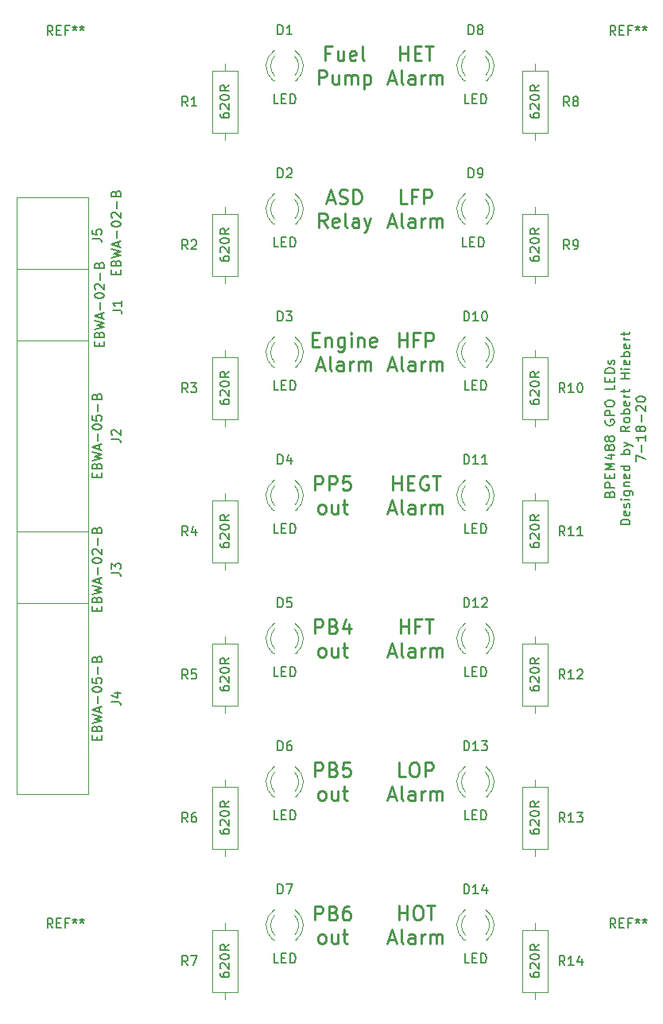
<source format=gbr>
%TF.GenerationSoftware,KiCad,Pcbnew,(5.1.6)-1*%
%TF.CreationDate,2020-07-19T07:57:48-07:00*%
%TF.ProjectId,BPEM488 Output LEDs,4250454d-3438-4382-904f-757470757420,rev?*%
%TF.SameCoordinates,Original*%
%TF.FileFunction,Legend,Top*%
%TF.FilePolarity,Positive*%
%FSLAX46Y46*%
G04 Gerber Fmt 4.6, Leading zero omitted, Abs format (unit mm)*
G04 Created by KiCad (PCBNEW (5.1.6)-1) date 2020-07-19 07:57:48*
%MOMM*%
%LPD*%
G01*
G04 APERTURE LIST*
%ADD10C,0.150000*%
%ADD11C,0.250000*%
%ADD12C,0.120000*%
G04 APERTURE END LIST*
D10*
X148646571Y-93034571D02*
X148694190Y-92891714D01*
X148741809Y-92844095D01*
X148837047Y-92796476D01*
X148979904Y-92796476D01*
X149075142Y-92844095D01*
X149122761Y-92891714D01*
X149170380Y-92986952D01*
X149170380Y-93367904D01*
X148170380Y-93367904D01*
X148170380Y-93034571D01*
X148218000Y-92939333D01*
X148265619Y-92891714D01*
X148360857Y-92844095D01*
X148456095Y-92844095D01*
X148551333Y-92891714D01*
X148598952Y-92939333D01*
X148646571Y-93034571D01*
X148646571Y-93367904D01*
X149170380Y-92367904D02*
X148170380Y-92367904D01*
X148170380Y-91986952D01*
X148218000Y-91891714D01*
X148265619Y-91844095D01*
X148360857Y-91796476D01*
X148503714Y-91796476D01*
X148598952Y-91844095D01*
X148646571Y-91891714D01*
X148694190Y-91986952D01*
X148694190Y-92367904D01*
X148646571Y-91367904D02*
X148646571Y-91034571D01*
X149170380Y-90891714D02*
X149170380Y-91367904D01*
X148170380Y-91367904D01*
X148170380Y-90891714D01*
X149170380Y-90463142D02*
X148170380Y-90463142D01*
X148884666Y-90129809D01*
X148170380Y-89796476D01*
X149170380Y-89796476D01*
X148503714Y-88891714D02*
X149170380Y-88891714D01*
X148122761Y-89129809D02*
X148837047Y-89367904D01*
X148837047Y-88748857D01*
X148598952Y-88225047D02*
X148551333Y-88320285D01*
X148503714Y-88367904D01*
X148408476Y-88415523D01*
X148360857Y-88415523D01*
X148265619Y-88367904D01*
X148218000Y-88320285D01*
X148170380Y-88225047D01*
X148170380Y-88034571D01*
X148218000Y-87939333D01*
X148265619Y-87891714D01*
X148360857Y-87844095D01*
X148408476Y-87844095D01*
X148503714Y-87891714D01*
X148551333Y-87939333D01*
X148598952Y-88034571D01*
X148598952Y-88225047D01*
X148646571Y-88320285D01*
X148694190Y-88367904D01*
X148789428Y-88415523D01*
X148979904Y-88415523D01*
X149075142Y-88367904D01*
X149122761Y-88320285D01*
X149170380Y-88225047D01*
X149170380Y-88034571D01*
X149122761Y-87939333D01*
X149075142Y-87891714D01*
X148979904Y-87844095D01*
X148789428Y-87844095D01*
X148694190Y-87891714D01*
X148646571Y-87939333D01*
X148598952Y-88034571D01*
X148598952Y-87272666D02*
X148551333Y-87367904D01*
X148503714Y-87415523D01*
X148408476Y-87463142D01*
X148360857Y-87463142D01*
X148265619Y-87415523D01*
X148218000Y-87367904D01*
X148170380Y-87272666D01*
X148170380Y-87082190D01*
X148218000Y-86986952D01*
X148265619Y-86939333D01*
X148360857Y-86891714D01*
X148408476Y-86891714D01*
X148503714Y-86939333D01*
X148551333Y-86986952D01*
X148598952Y-87082190D01*
X148598952Y-87272666D01*
X148646571Y-87367904D01*
X148694190Y-87415523D01*
X148789428Y-87463142D01*
X148979904Y-87463142D01*
X149075142Y-87415523D01*
X149122761Y-87367904D01*
X149170380Y-87272666D01*
X149170380Y-87082190D01*
X149122761Y-86986952D01*
X149075142Y-86939333D01*
X148979904Y-86891714D01*
X148789428Y-86891714D01*
X148694190Y-86939333D01*
X148646571Y-86986952D01*
X148598952Y-87082190D01*
X148218000Y-85177428D02*
X148170380Y-85272666D01*
X148170380Y-85415523D01*
X148218000Y-85558380D01*
X148313238Y-85653619D01*
X148408476Y-85701238D01*
X148598952Y-85748857D01*
X148741809Y-85748857D01*
X148932285Y-85701238D01*
X149027523Y-85653619D01*
X149122761Y-85558380D01*
X149170380Y-85415523D01*
X149170380Y-85320285D01*
X149122761Y-85177428D01*
X149075142Y-85129809D01*
X148741809Y-85129809D01*
X148741809Y-85320285D01*
X149170380Y-84701238D02*
X148170380Y-84701238D01*
X148170380Y-84320285D01*
X148218000Y-84225047D01*
X148265619Y-84177428D01*
X148360857Y-84129809D01*
X148503714Y-84129809D01*
X148598952Y-84177428D01*
X148646571Y-84225047D01*
X148694190Y-84320285D01*
X148694190Y-84701238D01*
X148170380Y-83510761D02*
X148170380Y-83320285D01*
X148218000Y-83225047D01*
X148313238Y-83129809D01*
X148503714Y-83082190D01*
X148837047Y-83082190D01*
X149027523Y-83129809D01*
X149122761Y-83225047D01*
X149170380Y-83320285D01*
X149170380Y-83510761D01*
X149122761Y-83606000D01*
X149027523Y-83701238D01*
X148837047Y-83748857D01*
X148503714Y-83748857D01*
X148313238Y-83701238D01*
X148218000Y-83606000D01*
X148170380Y-83510761D01*
X149170380Y-81415523D02*
X149170380Y-81891714D01*
X148170380Y-81891714D01*
X148646571Y-81082190D02*
X148646571Y-80748857D01*
X149170380Y-80606000D02*
X149170380Y-81082190D01*
X148170380Y-81082190D01*
X148170380Y-80606000D01*
X149170380Y-80177428D02*
X148170380Y-80177428D01*
X148170380Y-79939333D01*
X148218000Y-79796476D01*
X148313238Y-79701238D01*
X148408476Y-79653619D01*
X148598952Y-79606000D01*
X148741809Y-79606000D01*
X148932285Y-79653619D01*
X149027523Y-79701238D01*
X149122761Y-79796476D01*
X149170380Y-79939333D01*
X149170380Y-80177428D01*
X149122761Y-79225047D02*
X149170380Y-79129809D01*
X149170380Y-78939333D01*
X149122761Y-78844095D01*
X149027523Y-78796476D01*
X148979904Y-78796476D01*
X148884666Y-78844095D01*
X148837047Y-78939333D01*
X148837047Y-79082190D01*
X148789428Y-79177428D01*
X148694190Y-79225047D01*
X148646571Y-79225047D01*
X148551333Y-79177428D01*
X148503714Y-79082190D01*
X148503714Y-78939333D01*
X148551333Y-78844095D01*
X150820380Y-96296476D02*
X149820380Y-96296476D01*
X149820380Y-96058380D01*
X149868000Y-95915523D01*
X149963238Y-95820285D01*
X150058476Y-95772666D01*
X150248952Y-95725047D01*
X150391809Y-95725047D01*
X150582285Y-95772666D01*
X150677523Y-95820285D01*
X150772761Y-95915523D01*
X150820380Y-96058380D01*
X150820380Y-96296476D01*
X150772761Y-94915523D02*
X150820380Y-95010761D01*
X150820380Y-95201238D01*
X150772761Y-95296476D01*
X150677523Y-95344095D01*
X150296571Y-95344095D01*
X150201333Y-95296476D01*
X150153714Y-95201238D01*
X150153714Y-95010761D01*
X150201333Y-94915523D01*
X150296571Y-94867904D01*
X150391809Y-94867904D01*
X150487047Y-95344095D01*
X150772761Y-94486952D02*
X150820380Y-94391714D01*
X150820380Y-94201238D01*
X150772761Y-94106000D01*
X150677523Y-94058380D01*
X150629904Y-94058380D01*
X150534666Y-94106000D01*
X150487047Y-94201238D01*
X150487047Y-94344095D01*
X150439428Y-94439333D01*
X150344190Y-94486952D01*
X150296571Y-94486952D01*
X150201333Y-94439333D01*
X150153714Y-94344095D01*
X150153714Y-94201238D01*
X150201333Y-94106000D01*
X150820380Y-93629809D02*
X150153714Y-93629809D01*
X149820380Y-93629809D02*
X149868000Y-93677428D01*
X149915619Y-93629809D01*
X149868000Y-93582190D01*
X149820380Y-93629809D01*
X149915619Y-93629809D01*
X150153714Y-92725047D02*
X150963238Y-92725047D01*
X151058476Y-92772666D01*
X151106095Y-92820285D01*
X151153714Y-92915523D01*
X151153714Y-93058380D01*
X151106095Y-93153619D01*
X150772761Y-92725047D02*
X150820380Y-92820285D01*
X150820380Y-93010761D01*
X150772761Y-93106000D01*
X150725142Y-93153619D01*
X150629904Y-93201238D01*
X150344190Y-93201238D01*
X150248952Y-93153619D01*
X150201333Y-93106000D01*
X150153714Y-93010761D01*
X150153714Y-92820285D01*
X150201333Y-92725047D01*
X150153714Y-92248857D02*
X150820380Y-92248857D01*
X150248952Y-92248857D02*
X150201333Y-92201238D01*
X150153714Y-92106000D01*
X150153714Y-91963142D01*
X150201333Y-91867904D01*
X150296571Y-91820285D01*
X150820380Y-91820285D01*
X150772761Y-90963142D02*
X150820380Y-91058380D01*
X150820380Y-91248857D01*
X150772761Y-91344095D01*
X150677523Y-91391714D01*
X150296571Y-91391714D01*
X150201333Y-91344095D01*
X150153714Y-91248857D01*
X150153714Y-91058380D01*
X150201333Y-90963142D01*
X150296571Y-90915523D01*
X150391809Y-90915523D01*
X150487047Y-91391714D01*
X150820380Y-90058380D02*
X149820380Y-90058380D01*
X150772761Y-90058380D02*
X150820380Y-90153619D01*
X150820380Y-90344095D01*
X150772761Y-90439333D01*
X150725142Y-90486952D01*
X150629904Y-90534571D01*
X150344190Y-90534571D01*
X150248952Y-90486952D01*
X150201333Y-90439333D01*
X150153714Y-90344095D01*
X150153714Y-90153619D01*
X150201333Y-90058380D01*
X150820380Y-88820285D02*
X149820380Y-88820285D01*
X150201333Y-88820285D02*
X150153714Y-88725047D01*
X150153714Y-88534571D01*
X150201333Y-88439333D01*
X150248952Y-88391714D01*
X150344190Y-88344095D01*
X150629904Y-88344095D01*
X150725142Y-88391714D01*
X150772761Y-88439333D01*
X150820380Y-88534571D01*
X150820380Y-88725047D01*
X150772761Y-88820285D01*
X150153714Y-88010761D02*
X150820380Y-87772666D01*
X150153714Y-87534571D02*
X150820380Y-87772666D01*
X151058476Y-87867904D01*
X151106095Y-87915523D01*
X151153714Y-88010761D01*
X150820380Y-85820285D02*
X150344190Y-86153619D01*
X150820380Y-86391714D02*
X149820380Y-86391714D01*
X149820380Y-86010761D01*
X149868000Y-85915523D01*
X149915619Y-85867904D01*
X150010857Y-85820285D01*
X150153714Y-85820285D01*
X150248952Y-85867904D01*
X150296571Y-85915523D01*
X150344190Y-86010761D01*
X150344190Y-86391714D01*
X150820380Y-85248857D02*
X150772761Y-85344095D01*
X150725142Y-85391714D01*
X150629904Y-85439333D01*
X150344190Y-85439333D01*
X150248952Y-85391714D01*
X150201333Y-85344095D01*
X150153714Y-85248857D01*
X150153714Y-85106000D01*
X150201333Y-85010761D01*
X150248952Y-84963142D01*
X150344190Y-84915523D01*
X150629904Y-84915523D01*
X150725142Y-84963142D01*
X150772761Y-85010761D01*
X150820380Y-85106000D01*
X150820380Y-85248857D01*
X150820380Y-84486952D02*
X149820380Y-84486952D01*
X150201333Y-84486952D02*
X150153714Y-84391714D01*
X150153714Y-84201238D01*
X150201333Y-84106000D01*
X150248952Y-84058380D01*
X150344190Y-84010761D01*
X150629904Y-84010761D01*
X150725142Y-84058380D01*
X150772761Y-84106000D01*
X150820380Y-84201238D01*
X150820380Y-84391714D01*
X150772761Y-84486952D01*
X150772761Y-83201238D02*
X150820380Y-83296476D01*
X150820380Y-83486952D01*
X150772761Y-83582190D01*
X150677523Y-83629809D01*
X150296571Y-83629809D01*
X150201333Y-83582190D01*
X150153714Y-83486952D01*
X150153714Y-83296476D01*
X150201333Y-83201238D01*
X150296571Y-83153619D01*
X150391809Y-83153619D01*
X150487047Y-83629809D01*
X150820380Y-82725047D02*
X150153714Y-82725047D01*
X150344190Y-82725047D02*
X150248952Y-82677428D01*
X150201333Y-82629809D01*
X150153714Y-82534571D01*
X150153714Y-82439333D01*
X150153714Y-82248857D02*
X150153714Y-81867904D01*
X149820380Y-82106000D02*
X150677523Y-82106000D01*
X150772761Y-82058380D01*
X150820380Y-81963142D01*
X150820380Y-81867904D01*
X150820380Y-80772666D02*
X149820380Y-80772666D01*
X150296571Y-80772666D02*
X150296571Y-80201238D01*
X150820380Y-80201238D02*
X149820380Y-80201238D01*
X150820380Y-79725047D02*
X150153714Y-79725047D01*
X149820380Y-79725047D02*
X149868000Y-79772666D01*
X149915619Y-79725047D01*
X149868000Y-79677428D01*
X149820380Y-79725047D01*
X149915619Y-79725047D01*
X150772761Y-78867904D02*
X150820380Y-78963142D01*
X150820380Y-79153619D01*
X150772761Y-79248857D01*
X150677523Y-79296476D01*
X150296571Y-79296476D01*
X150201333Y-79248857D01*
X150153714Y-79153619D01*
X150153714Y-78963142D01*
X150201333Y-78867904D01*
X150296571Y-78820285D01*
X150391809Y-78820285D01*
X150487047Y-79296476D01*
X150820380Y-78391714D02*
X149820380Y-78391714D01*
X150201333Y-78391714D02*
X150153714Y-78296476D01*
X150153714Y-78106000D01*
X150201333Y-78010761D01*
X150248952Y-77963142D01*
X150344190Y-77915523D01*
X150629904Y-77915523D01*
X150725142Y-77963142D01*
X150772761Y-78010761D01*
X150820380Y-78106000D01*
X150820380Y-78296476D01*
X150772761Y-78391714D01*
X150772761Y-77106000D02*
X150820380Y-77201238D01*
X150820380Y-77391714D01*
X150772761Y-77486952D01*
X150677523Y-77534571D01*
X150296571Y-77534571D01*
X150201333Y-77486952D01*
X150153714Y-77391714D01*
X150153714Y-77201238D01*
X150201333Y-77106000D01*
X150296571Y-77058380D01*
X150391809Y-77058380D01*
X150487047Y-77534571D01*
X150820380Y-76629809D02*
X150153714Y-76629809D01*
X150344190Y-76629809D02*
X150248952Y-76582190D01*
X150201333Y-76534571D01*
X150153714Y-76439333D01*
X150153714Y-76344095D01*
X150153714Y-76153619D02*
X150153714Y-75772666D01*
X149820380Y-76010761D02*
X150677523Y-76010761D01*
X150772761Y-75963142D01*
X150820380Y-75867904D01*
X150820380Y-75772666D01*
X151470380Y-89582190D02*
X151470380Y-88915523D01*
X152470380Y-89344095D01*
X152089428Y-88534571D02*
X152089428Y-87772666D01*
X152470380Y-86772666D02*
X152470380Y-87344095D01*
X152470380Y-87058380D02*
X151470380Y-87058380D01*
X151613238Y-87153619D01*
X151708476Y-87248857D01*
X151756095Y-87344095D01*
X151898952Y-86201238D02*
X151851333Y-86296476D01*
X151803714Y-86344095D01*
X151708476Y-86391714D01*
X151660857Y-86391714D01*
X151565619Y-86344095D01*
X151518000Y-86296476D01*
X151470380Y-86201238D01*
X151470380Y-86010761D01*
X151518000Y-85915523D01*
X151565619Y-85867904D01*
X151660857Y-85820285D01*
X151708476Y-85820285D01*
X151803714Y-85867904D01*
X151851333Y-85915523D01*
X151898952Y-86010761D01*
X151898952Y-86201238D01*
X151946571Y-86296476D01*
X151994190Y-86344095D01*
X152089428Y-86391714D01*
X152279904Y-86391714D01*
X152375142Y-86344095D01*
X152422761Y-86296476D01*
X152470380Y-86201238D01*
X152470380Y-86010761D01*
X152422761Y-85915523D01*
X152375142Y-85867904D01*
X152279904Y-85820285D01*
X152089428Y-85820285D01*
X151994190Y-85867904D01*
X151946571Y-85915523D01*
X151898952Y-86010761D01*
X152089428Y-85391714D02*
X152089428Y-84629809D01*
X151565619Y-84201238D02*
X151518000Y-84153619D01*
X151470380Y-84058380D01*
X151470380Y-83820285D01*
X151518000Y-83725047D01*
X151565619Y-83677428D01*
X151660857Y-83629809D01*
X151756095Y-83629809D01*
X151898952Y-83677428D01*
X152470380Y-84248857D01*
X152470380Y-83629809D01*
X151470380Y-83010761D02*
X151470380Y-82915523D01*
X151518000Y-82820285D01*
X151565619Y-82772666D01*
X151660857Y-82725047D01*
X151851333Y-82677428D01*
X152089428Y-82677428D01*
X152279904Y-82725047D01*
X152375142Y-82772666D01*
X152422761Y-82820285D01*
X152470380Y-82915523D01*
X152470380Y-83010761D01*
X152422761Y-83106000D01*
X152375142Y-83153619D01*
X152279904Y-83201238D01*
X152089428Y-83248857D01*
X151851333Y-83248857D01*
X151660857Y-83201238D01*
X151565619Y-83153619D01*
X151518000Y-83106000D01*
X151470380Y-83010761D01*
D11*
X118574571Y-61738000D02*
X119288857Y-61738000D01*
X118431714Y-62166571D02*
X118931714Y-60666571D01*
X119431714Y-62166571D01*
X119860285Y-62095142D02*
X120074571Y-62166571D01*
X120431714Y-62166571D01*
X120574571Y-62095142D01*
X120646000Y-62023714D01*
X120717428Y-61880857D01*
X120717428Y-61738000D01*
X120646000Y-61595142D01*
X120574571Y-61523714D01*
X120431714Y-61452285D01*
X120146000Y-61380857D01*
X120003142Y-61309428D01*
X119931714Y-61238000D01*
X119860285Y-61095142D01*
X119860285Y-60952285D01*
X119931714Y-60809428D01*
X120003142Y-60738000D01*
X120146000Y-60666571D01*
X120503142Y-60666571D01*
X120717428Y-60738000D01*
X121360285Y-62166571D02*
X121360285Y-60666571D01*
X121717428Y-60666571D01*
X121931714Y-60738000D01*
X122074571Y-60880857D01*
X122146000Y-61023714D01*
X122217428Y-61309428D01*
X122217428Y-61523714D01*
X122146000Y-61809428D01*
X122074571Y-61952285D01*
X121931714Y-62095142D01*
X121717428Y-62166571D01*
X121360285Y-62166571D01*
X118574571Y-64666571D02*
X118074571Y-63952285D01*
X117717428Y-64666571D02*
X117717428Y-63166571D01*
X118288857Y-63166571D01*
X118431714Y-63238000D01*
X118503142Y-63309428D01*
X118574571Y-63452285D01*
X118574571Y-63666571D01*
X118503142Y-63809428D01*
X118431714Y-63880857D01*
X118288857Y-63952285D01*
X117717428Y-63952285D01*
X119788857Y-64595142D02*
X119646000Y-64666571D01*
X119360285Y-64666571D01*
X119217428Y-64595142D01*
X119146000Y-64452285D01*
X119146000Y-63880857D01*
X119217428Y-63738000D01*
X119360285Y-63666571D01*
X119646000Y-63666571D01*
X119788857Y-63738000D01*
X119860285Y-63880857D01*
X119860285Y-64023714D01*
X119146000Y-64166571D01*
X120717428Y-64666571D02*
X120574571Y-64595142D01*
X120503142Y-64452285D01*
X120503142Y-63166571D01*
X121931714Y-64666571D02*
X121931714Y-63880857D01*
X121860285Y-63738000D01*
X121717428Y-63666571D01*
X121431714Y-63666571D01*
X121288857Y-63738000D01*
X121931714Y-64595142D02*
X121788857Y-64666571D01*
X121431714Y-64666571D01*
X121288857Y-64595142D01*
X121217428Y-64452285D01*
X121217428Y-64309428D01*
X121288857Y-64166571D01*
X121431714Y-64095142D01*
X121788857Y-64095142D01*
X121931714Y-64023714D01*
X122503142Y-63666571D02*
X122860285Y-64666571D01*
X123217428Y-63666571D02*
X122860285Y-64666571D01*
X122717428Y-65023714D01*
X122646000Y-65095142D01*
X122503142Y-65166571D01*
X126337428Y-46926571D02*
X126337428Y-45426571D01*
X126337428Y-46140857D02*
X127194571Y-46140857D01*
X127194571Y-46926571D02*
X127194571Y-45426571D01*
X127908857Y-46140857D02*
X128408857Y-46140857D01*
X128623142Y-46926571D02*
X127908857Y-46926571D01*
X127908857Y-45426571D01*
X128623142Y-45426571D01*
X129051714Y-45426571D02*
X129908857Y-45426571D01*
X129480285Y-46926571D02*
X129480285Y-45426571D01*
X125123142Y-48998000D02*
X125837428Y-48998000D01*
X124980285Y-49426571D02*
X125480285Y-47926571D01*
X125980285Y-49426571D01*
X126694571Y-49426571D02*
X126551714Y-49355142D01*
X126480285Y-49212285D01*
X126480285Y-47926571D01*
X127908857Y-49426571D02*
X127908857Y-48640857D01*
X127837428Y-48498000D01*
X127694571Y-48426571D01*
X127408857Y-48426571D01*
X127266000Y-48498000D01*
X127908857Y-49355142D02*
X127766000Y-49426571D01*
X127408857Y-49426571D01*
X127266000Y-49355142D01*
X127194571Y-49212285D01*
X127194571Y-49069428D01*
X127266000Y-48926571D01*
X127408857Y-48855142D01*
X127766000Y-48855142D01*
X127908857Y-48783714D01*
X128623142Y-49426571D02*
X128623142Y-48426571D01*
X128623142Y-48712285D02*
X128694571Y-48569428D01*
X128766000Y-48498000D01*
X128908857Y-48426571D01*
X129051714Y-48426571D01*
X129551714Y-49426571D02*
X129551714Y-48426571D01*
X129551714Y-48569428D02*
X129623142Y-48498000D01*
X129766000Y-48426571D01*
X129980285Y-48426571D01*
X130123142Y-48498000D01*
X130194571Y-48640857D01*
X130194571Y-49426571D01*
X130194571Y-48640857D02*
X130266000Y-48498000D01*
X130408857Y-48426571D01*
X130623142Y-48426571D01*
X130766000Y-48498000D01*
X130837428Y-48640857D01*
X130837428Y-49426571D01*
X127087428Y-62166571D02*
X126373142Y-62166571D01*
X126373142Y-60666571D01*
X128087428Y-61380857D02*
X127587428Y-61380857D01*
X127587428Y-62166571D02*
X127587428Y-60666571D01*
X128301714Y-60666571D01*
X128873142Y-62166571D02*
X128873142Y-60666571D01*
X129444571Y-60666571D01*
X129587428Y-60738000D01*
X129658857Y-60809428D01*
X129730285Y-60952285D01*
X129730285Y-61166571D01*
X129658857Y-61309428D01*
X129587428Y-61380857D01*
X129444571Y-61452285D01*
X128873142Y-61452285D01*
X125123142Y-64238000D02*
X125837428Y-64238000D01*
X124980285Y-64666571D02*
X125480285Y-63166571D01*
X125980285Y-64666571D01*
X126694571Y-64666571D02*
X126551714Y-64595142D01*
X126480285Y-64452285D01*
X126480285Y-63166571D01*
X127908857Y-64666571D02*
X127908857Y-63880857D01*
X127837428Y-63738000D01*
X127694571Y-63666571D01*
X127408857Y-63666571D01*
X127266000Y-63738000D01*
X127908857Y-64595142D02*
X127766000Y-64666571D01*
X127408857Y-64666571D01*
X127266000Y-64595142D01*
X127194571Y-64452285D01*
X127194571Y-64309428D01*
X127266000Y-64166571D01*
X127408857Y-64095142D01*
X127766000Y-64095142D01*
X127908857Y-64023714D01*
X128623142Y-64666571D02*
X128623142Y-63666571D01*
X128623142Y-63952285D02*
X128694571Y-63809428D01*
X128766000Y-63738000D01*
X128908857Y-63666571D01*
X129051714Y-63666571D01*
X129551714Y-64666571D02*
X129551714Y-63666571D01*
X129551714Y-63809428D02*
X129623142Y-63738000D01*
X129766000Y-63666571D01*
X129980285Y-63666571D01*
X130123142Y-63738000D01*
X130194571Y-63880857D01*
X130194571Y-64666571D01*
X130194571Y-63880857D02*
X130266000Y-63738000D01*
X130408857Y-63666571D01*
X130623142Y-63666571D01*
X130766000Y-63738000D01*
X130837428Y-63880857D01*
X130837428Y-64666571D01*
X126194571Y-77406571D02*
X126194571Y-75906571D01*
X126194571Y-76620857D02*
X127051714Y-76620857D01*
X127051714Y-77406571D02*
X127051714Y-75906571D01*
X128266000Y-76620857D02*
X127766000Y-76620857D01*
X127766000Y-77406571D02*
X127766000Y-75906571D01*
X128480285Y-75906571D01*
X129051714Y-77406571D02*
X129051714Y-75906571D01*
X129623142Y-75906571D01*
X129766000Y-75978000D01*
X129837428Y-76049428D01*
X129908857Y-76192285D01*
X129908857Y-76406571D01*
X129837428Y-76549428D01*
X129766000Y-76620857D01*
X129623142Y-76692285D01*
X129051714Y-76692285D01*
X125123142Y-79478000D02*
X125837428Y-79478000D01*
X124980285Y-79906571D02*
X125480285Y-78406571D01*
X125980285Y-79906571D01*
X126694571Y-79906571D02*
X126551714Y-79835142D01*
X126480285Y-79692285D01*
X126480285Y-78406571D01*
X127908857Y-79906571D02*
X127908857Y-79120857D01*
X127837428Y-78978000D01*
X127694571Y-78906571D01*
X127408857Y-78906571D01*
X127266000Y-78978000D01*
X127908857Y-79835142D02*
X127766000Y-79906571D01*
X127408857Y-79906571D01*
X127266000Y-79835142D01*
X127194571Y-79692285D01*
X127194571Y-79549428D01*
X127266000Y-79406571D01*
X127408857Y-79335142D01*
X127766000Y-79335142D01*
X127908857Y-79263714D01*
X128623142Y-79906571D02*
X128623142Y-78906571D01*
X128623142Y-79192285D02*
X128694571Y-79049428D01*
X128766000Y-78978000D01*
X128908857Y-78906571D01*
X129051714Y-78906571D01*
X129551714Y-79906571D02*
X129551714Y-78906571D01*
X129551714Y-79049428D02*
X129623142Y-78978000D01*
X129766000Y-78906571D01*
X129980285Y-78906571D01*
X130123142Y-78978000D01*
X130194571Y-79120857D01*
X130194571Y-79906571D01*
X130194571Y-79120857D02*
X130266000Y-78978000D01*
X130408857Y-78906571D01*
X130623142Y-78906571D01*
X130766000Y-78978000D01*
X130837428Y-79120857D01*
X130837428Y-79906571D01*
X126373142Y-107886571D02*
X126373142Y-106386571D01*
X126373142Y-107100857D02*
X127230285Y-107100857D01*
X127230285Y-107886571D02*
X127230285Y-106386571D01*
X128444571Y-107100857D02*
X127944571Y-107100857D01*
X127944571Y-107886571D02*
X127944571Y-106386571D01*
X128658857Y-106386571D01*
X129016000Y-106386571D02*
X129873142Y-106386571D01*
X129444571Y-107886571D02*
X129444571Y-106386571D01*
X125123142Y-109958000D02*
X125837428Y-109958000D01*
X124980285Y-110386571D02*
X125480285Y-108886571D01*
X125980285Y-110386571D01*
X126694571Y-110386571D02*
X126551714Y-110315142D01*
X126480285Y-110172285D01*
X126480285Y-108886571D01*
X127908857Y-110386571D02*
X127908857Y-109600857D01*
X127837428Y-109458000D01*
X127694571Y-109386571D01*
X127408857Y-109386571D01*
X127266000Y-109458000D01*
X127908857Y-110315142D02*
X127766000Y-110386571D01*
X127408857Y-110386571D01*
X127266000Y-110315142D01*
X127194571Y-110172285D01*
X127194571Y-110029428D01*
X127266000Y-109886571D01*
X127408857Y-109815142D01*
X127766000Y-109815142D01*
X127908857Y-109743714D01*
X128623142Y-110386571D02*
X128623142Y-109386571D01*
X128623142Y-109672285D02*
X128694571Y-109529428D01*
X128766000Y-109458000D01*
X128908857Y-109386571D01*
X129051714Y-109386571D01*
X129551714Y-110386571D02*
X129551714Y-109386571D01*
X129551714Y-109529428D02*
X129623142Y-109458000D01*
X129766000Y-109386571D01*
X129980285Y-109386571D01*
X130123142Y-109458000D01*
X130194571Y-109600857D01*
X130194571Y-110386571D01*
X130194571Y-109600857D02*
X130266000Y-109458000D01*
X130408857Y-109386571D01*
X130623142Y-109386571D01*
X130766000Y-109458000D01*
X130837428Y-109600857D01*
X130837428Y-110386571D01*
X126230285Y-138366571D02*
X126230285Y-136866571D01*
X126230285Y-137580857D02*
X127087428Y-137580857D01*
X127087428Y-138366571D02*
X127087428Y-136866571D01*
X128087428Y-136866571D02*
X128373142Y-136866571D01*
X128516000Y-136938000D01*
X128658857Y-137080857D01*
X128730285Y-137366571D01*
X128730285Y-137866571D01*
X128658857Y-138152285D01*
X128516000Y-138295142D01*
X128373142Y-138366571D01*
X128087428Y-138366571D01*
X127944571Y-138295142D01*
X127801714Y-138152285D01*
X127730285Y-137866571D01*
X127730285Y-137366571D01*
X127801714Y-137080857D01*
X127944571Y-136938000D01*
X128087428Y-136866571D01*
X129158857Y-136866571D02*
X130016000Y-136866571D01*
X129587428Y-138366571D02*
X129587428Y-136866571D01*
X125123142Y-140438000D02*
X125837428Y-140438000D01*
X124980285Y-140866571D02*
X125480285Y-139366571D01*
X125980285Y-140866571D01*
X126694571Y-140866571D02*
X126551714Y-140795142D01*
X126480285Y-140652285D01*
X126480285Y-139366571D01*
X127908857Y-140866571D02*
X127908857Y-140080857D01*
X127837428Y-139938000D01*
X127694571Y-139866571D01*
X127408857Y-139866571D01*
X127266000Y-139938000D01*
X127908857Y-140795142D02*
X127766000Y-140866571D01*
X127408857Y-140866571D01*
X127266000Y-140795142D01*
X127194571Y-140652285D01*
X127194571Y-140509428D01*
X127266000Y-140366571D01*
X127408857Y-140295142D01*
X127766000Y-140295142D01*
X127908857Y-140223714D01*
X128623142Y-140866571D02*
X128623142Y-139866571D01*
X128623142Y-140152285D02*
X128694571Y-140009428D01*
X128766000Y-139938000D01*
X128908857Y-139866571D01*
X129051714Y-139866571D01*
X129551714Y-140866571D02*
X129551714Y-139866571D01*
X129551714Y-140009428D02*
X129623142Y-139938000D01*
X129766000Y-139866571D01*
X129980285Y-139866571D01*
X130123142Y-139938000D01*
X130194571Y-140080857D01*
X130194571Y-140866571D01*
X130194571Y-140080857D02*
X130266000Y-139938000D01*
X130408857Y-139866571D01*
X130623142Y-139866571D01*
X130766000Y-139938000D01*
X130837428Y-140080857D01*
X130837428Y-140866571D01*
X126944571Y-123126571D02*
X126230285Y-123126571D01*
X126230285Y-121626571D01*
X127730285Y-121626571D02*
X128016000Y-121626571D01*
X128158857Y-121698000D01*
X128301714Y-121840857D01*
X128373142Y-122126571D01*
X128373142Y-122626571D01*
X128301714Y-122912285D01*
X128158857Y-123055142D01*
X128016000Y-123126571D01*
X127730285Y-123126571D01*
X127587428Y-123055142D01*
X127444571Y-122912285D01*
X127373142Y-122626571D01*
X127373142Y-122126571D01*
X127444571Y-121840857D01*
X127587428Y-121698000D01*
X127730285Y-121626571D01*
X129016000Y-123126571D02*
X129016000Y-121626571D01*
X129587428Y-121626571D01*
X129730285Y-121698000D01*
X129801714Y-121769428D01*
X129873142Y-121912285D01*
X129873142Y-122126571D01*
X129801714Y-122269428D01*
X129730285Y-122340857D01*
X129587428Y-122412285D01*
X129016000Y-122412285D01*
X125123142Y-125198000D02*
X125837428Y-125198000D01*
X124980285Y-125626571D02*
X125480285Y-124126571D01*
X125980285Y-125626571D01*
X126694571Y-125626571D02*
X126551714Y-125555142D01*
X126480285Y-125412285D01*
X126480285Y-124126571D01*
X127908857Y-125626571D02*
X127908857Y-124840857D01*
X127837428Y-124698000D01*
X127694571Y-124626571D01*
X127408857Y-124626571D01*
X127266000Y-124698000D01*
X127908857Y-125555142D02*
X127766000Y-125626571D01*
X127408857Y-125626571D01*
X127266000Y-125555142D01*
X127194571Y-125412285D01*
X127194571Y-125269428D01*
X127266000Y-125126571D01*
X127408857Y-125055142D01*
X127766000Y-125055142D01*
X127908857Y-124983714D01*
X128623142Y-125626571D02*
X128623142Y-124626571D01*
X128623142Y-124912285D02*
X128694571Y-124769428D01*
X128766000Y-124698000D01*
X128908857Y-124626571D01*
X129051714Y-124626571D01*
X129551714Y-125626571D02*
X129551714Y-124626571D01*
X129551714Y-124769428D02*
X129623142Y-124698000D01*
X129766000Y-124626571D01*
X129980285Y-124626571D01*
X130123142Y-124698000D01*
X130194571Y-124840857D01*
X130194571Y-125626571D01*
X130194571Y-124840857D02*
X130266000Y-124698000D01*
X130408857Y-124626571D01*
X130623142Y-124626571D01*
X130766000Y-124698000D01*
X130837428Y-124840857D01*
X130837428Y-125626571D01*
X117268857Y-138386571D02*
X117268857Y-136886571D01*
X117840285Y-136886571D01*
X117983142Y-136958000D01*
X118054571Y-137029428D01*
X118126000Y-137172285D01*
X118126000Y-137386571D01*
X118054571Y-137529428D01*
X117983142Y-137600857D01*
X117840285Y-137672285D01*
X117268857Y-137672285D01*
X119268857Y-137600857D02*
X119483142Y-137672285D01*
X119554571Y-137743714D01*
X119626000Y-137886571D01*
X119626000Y-138100857D01*
X119554571Y-138243714D01*
X119483142Y-138315142D01*
X119340285Y-138386571D01*
X118768857Y-138386571D01*
X118768857Y-136886571D01*
X119268857Y-136886571D01*
X119411714Y-136958000D01*
X119483142Y-137029428D01*
X119554571Y-137172285D01*
X119554571Y-137315142D01*
X119483142Y-137458000D01*
X119411714Y-137529428D01*
X119268857Y-137600857D01*
X118768857Y-137600857D01*
X120911714Y-136886571D02*
X120626000Y-136886571D01*
X120483142Y-136958000D01*
X120411714Y-137029428D01*
X120268857Y-137243714D01*
X120197428Y-137529428D01*
X120197428Y-138100857D01*
X120268857Y-138243714D01*
X120340285Y-138315142D01*
X120483142Y-138386571D01*
X120768857Y-138386571D01*
X120911714Y-138315142D01*
X120983142Y-138243714D01*
X121054571Y-138100857D01*
X121054571Y-137743714D01*
X120983142Y-137600857D01*
X120911714Y-137529428D01*
X120768857Y-137458000D01*
X120483142Y-137458000D01*
X120340285Y-137529428D01*
X120268857Y-137600857D01*
X120197428Y-137743714D01*
X117911714Y-140886571D02*
X117768857Y-140815142D01*
X117697428Y-140743714D01*
X117626000Y-140600857D01*
X117626000Y-140172285D01*
X117697428Y-140029428D01*
X117768857Y-139958000D01*
X117911714Y-139886571D01*
X118126000Y-139886571D01*
X118268857Y-139958000D01*
X118340285Y-140029428D01*
X118411714Y-140172285D01*
X118411714Y-140600857D01*
X118340285Y-140743714D01*
X118268857Y-140815142D01*
X118126000Y-140886571D01*
X117911714Y-140886571D01*
X119697428Y-139886571D02*
X119697428Y-140886571D01*
X119054571Y-139886571D02*
X119054571Y-140672285D01*
X119126000Y-140815142D01*
X119268857Y-140886571D01*
X119483142Y-140886571D01*
X119626000Y-140815142D01*
X119697428Y-140743714D01*
X120197428Y-139886571D02*
X120768857Y-139886571D01*
X120411714Y-139386571D02*
X120411714Y-140672285D01*
X120483142Y-140815142D01*
X120626000Y-140886571D01*
X120768857Y-140886571D01*
X117268857Y-123126571D02*
X117268857Y-121626571D01*
X117840285Y-121626571D01*
X117983142Y-121698000D01*
X118054571Y-121769428D01*
X118126000Y-121912285D01*
X118126000Y-122126571D01*
X118054571Y-122269428D01*
X117983142Y-122340857D01*
X117840285Y-122412285D01*
X117268857Y-122412285D01*
X119268857Y-122340857D02*
X119483142Y-122412285D01*
X119554571Y-122483714D01*
X119626000Y-122626571D01*
X119626000Y-122840857D01*
X119554571Y-122983714D01*
X119483142Y-123055142D01*
X119340285Y-123126571D01*
X118768857Y-123126571D01*
X118768857Y-121626571D01*
X119268857Y-121626571D01*
X119411714Y-121698000D01*
X119483142Y-121769428D01*
X119554571Y-121912285D01*
X119554571Y-122055142D01*
X119483142Y-122198000D01*
X119411714Y-122269428D01*
X119268857Y-122340857D01*
X118768857Y-122340857D01*
X120983142Y-121626571D02*
X120268857Y-121626571D01*
X120197428Y-122340857D01*
X120268857Y-122269428D01*
X120411714Y-122198000D01*
X120768857Y-122198000D01*
X120911714Y-122269428D01*
X120983142Y-122340857D01*
X121054571Y-122483714D01*
X121054571Y-122840857D01*
X120983142Y-122983714D01*
X120911714Y-123055142D01*
X120768857Y-123126571D01*
X120411714Y-123126571D01*
X120268857Y-123055142D01*
X120197428Y-122983714D01*
X117911714Y-125626571D02*
X117768857Y-125555142D01*
X117697428Y-125483714D01*
X117626000Y-125340857D01*
X117626000Y-124912285D01*
X117697428Y-124769428D01*
X117768857Y-124698000D01*
X117911714Y-124626571D01*
X118126000Y-124626571D01*
X118268857Y-124698000D01*
X118340285Y-124769428D01*
X118411714Y-124912285D01*
X118411714Y-125340857D01*
X118340285Y-125483714D01*
X118268857Y-125555142D01*
X118126000Y-125626571D01*
X117911714Y-125626571D01*
X119697428Y-124626571D02*
X119697428Y-125626571D01*
X119054571Y-124626571D02*
X119054571Y-125412285D01*
X119126000Y-125555142D01*
X119268857Y-125626571D01*
X119483142Y-125626571D01*
X119626000Y-125555142D01*
X119697428Y-125483714D01*
X120197428Y-124626571D02*
X120768857Y-124626571D01*
X120411714Y-124126571D02*
X120411714Y-125412285D01*
X120483142Y-125555142D01*
X120626000Y-125626571D01*
X120768857Y-125626571D01*
X117268857Y-107886571D02*
X117268857Y-106386571D01*
X117840285Y-106386571D01*
X117983142Y-106458000D01*
X118054571Y-106529428D01*
X118126000Y-106672285D01*
X118126000Y-106886571D01*
X118054571Y-107029428D01*
X117983142Y-107100857D01*
X117840285Y-107172285D01*
X117268857Y-107172285D01*
X119268857Y-107100857D02*
X119483142Y-107172285D01*
X119554571Y-107243714D01*
X119626000Y-107386571D01*
X119626000Y-107600857D01*
X119554571Y-107743714D01*
X119483142Y-107815142D01*
X119340285Y-107886571D01*
X118768857Y-107886571D01*
X118768857Y-106386571D01*
X119268857Y-106386571D01*
X119411714Y-106458000D01*
X119483142Y-106529428D01*
X119554571Y-106672285D01*
X119554571Y-106815142D01*
X119483142Y-106958000D01*
X119411714Y-107029428D01*
X119268857Y-107100857D01*
X118768857Y-107100857D01*
X120911714Y-106886571D02*
X120911714Y-107886571D01*
X120554571Y-106315142D02*
X120197428Y-107386571D01*
X121126000Y-107386571D01*
X117911714Y-110386571D02*
X117768857Y-110315142D01*
X117697428Y-110243714D01*
X117626000Y-110100857D01*
X117626000Y-109672285D01*
X117697428Y-109529428D01*
X117768857Y-109458000D01*
X117911714Y-109386571D01*
X118126000Y-109386571D01*
X118268857Y-109458000D01*
X118340285Y-109529428D01*
X118411714Y-109672285D01*
X118411714Y-110100857D01*
X118340285Y-110243714D01*
X118268857Y-110315142D01*
X118126000Y-110386571D01*
X117911714Y-110386571D01*
X119697428Y-109386571D02*
X119697428Y-110386571D01*
X119054571Y-109386571D02*
X119054571Y-110172285D01*
X119126000Y-110315142D01*
X119268857Y-110386571D01*
X119483142Y-110386571D01*
X119626000Y-110315142D01*
X119697428Y-110243714D01*
X120197428Y-109386571D02*
X120768857Y-109386571D01*
X120411714Y-108886571D02*
X120411714Y-110172285D01*
X120483142Y-110315142D01*
X120626000Y-110386571D01*
X120768857Y-110386571D01*
X117268857Y-92646571D02*
X117268857Y-91146571D01*
X117840285Y-91146571D01*
X117983142Y-91218000D01*
X118054571Y-91289428D01*
X118126000Y-91432285D01*
X118126000Y-91646571D01*
X118054571Y-91789428D01*
X117983142Y-91860857D01*
X117840285Y-91932285D01*
X117268857Y-91932285D01*
X118768857Y-92646571D02*
X118768857Y-91146571D01*
X119340285Y-91146571D01*
X119483142Y-91218000D01*
X119554571Y-91289428D01*
X119626000Y-91432285D01*
X119626000Y-91646571D01*
X119554571Y-91789428D01*
X119483142Y-91860857D01*
X119340285Y-91932285D01*
X118768857Y-91932285D01*
X120983142Y-91146571D02*
X120268857Y-91146571D01*
X120197428Y-91860857D01*
X120268857Y-91789428D01*
X120411714Y-91718000D01*
X120768857Y-91718000D01*
X120911714Y-91789428D01*
X120983142Y-91860857D01*
X121054571Y-92003714D01*
X121054571Y-92360857D01*
X120983142Y-92503714D01*
X120911714Y-92575142D01*
X120768857Y-92646571D01*
X120411714Y-92646571D01*
X120268857Y-92575142D01*
X120197428Y-92503714D01*
X117911714Y-95146571D02*
X117768857Y-95075142D01*
X117697428Y-95003714D01*
X117626000Y-94860857D01*
X117626000Y-94432285D01*
X117697428Y-94289428D01*
X117768857Y-94218000D01*
X117911714Y-94146571D01*
X118126000Y-94146571D01*
X118268857Y-94218000D01*
X118340285Y-94289428D01*
X118411714Y-94432285D01*
X118411714Y-94860857D01*
X118340285Y-95003714D01*
X118268857Y-95075142D01*
X118126000Y-95146571D01*
X117911714Y-95146571D01*
X119697428Y-94146571D02*
X119697428Y-95146571D01*
X119054571Y-94146571D02*
X119054571Y-94932285D01*
X119126000Y-95075142D01*
X119268857Y-95146571D01*
X119483142Y-95146571D01*
X119626000Y-95075142D01*
X119697428Y-95003714D01*
X120197428Y-94146571D02*
X120768857Y-94146571D01*
X120411714Y-93646571D02*
X120411714Y-94932285D01*
X120483142Y-95075142D01*
X120626000Y-95146571D01*
X120768857Y-95146571D01*
X125587428Y-92646571D02*
X125587428Y-91146571D01*
X125587428Y-91860857D02*
X126444571Y-91860857D01*
X126444571Y-92646571D02*
X126444571Y-91146571D01*
X127158857Y-91860857D02*
X127658857Y-91860857D01*
X127873142Y-92646571D02*
X127158857Y-92646571D01*
X127158857Y-91146571D01*
X127873142Y-91146571D01*
X129301714Y-91218000D02*
X129158857Y-91146571D01*
X128944571Y-91146571D01*
X128730285Y-91218000D01*
X128587428Y-91360857D01*
X128516000Y-91503714D01*
X128444571Y-91789428D01*
X128444571Y-92003714D01*
X128516000Y-92289428D01*
X128587428Y-92432285D01*
X128730285Y-92575142D01*
X128944571Y-92646571D01*
X129087428Y-92646571D01*
X129301714Y-92575142D01*
X129373142Y-92503714D01*
X129373142Y-92003714D01*
X129087428Y-92003714D01*
X129801714Y-91146571D02*
X130658857Y-91146571D01*
X130230285Y-92646571D02*
X130230285Y-91146571D01*
X125123142Y-94718000D02*
X125837428Y-94718000D01*
X124980285Y-95146571D02*
X125480285Y-93646571D01*
X125980285Y-95146571D01*
X126694571Y-95146571D02*
X126551714Y-95075142D01*
X126480285Y-94932285D01*
X126480285Y-93646571D01*
X127908857Y-95146571D02*
X127908857Y-94360857D01*
X127837428Y-94218000D01*
X127694571Y-94146571D01*
X127408857Y-94146571D01*
X127266000Y-94218000D01*
X127908857Y-95075142D02*
X127766000Y-95146571D01*
X127408857Y-95146571D01*
X127266000Y-95075142D01*
X127194571Y-94932285D01*
X127194571Y-94789428D01*
X127266000Y-94646571D01*
X127408857Y-94575142D01*
X127766000Y-94575142D01*
X127908857Y-94503714D01*
X128623142Y-95146571D02*
X128623142Y-94146571D01*
X128623142Y-94432285D02*
X128694571Y-94289428D01*
X128766000Y-94218000D01*
X128908857Y-94146571D01*
X129051714Y-94146571D01*
X129551714Y-95146571D02*
X129551714Y-94146571D01*
X129551714Y-94289428D02*
X129623142Y-94218000D01*
X129766000Y-94146571D01*
X129980285Y-94146571D01*
X130123142Y-94218000D01*
X130194571Y-94360857D01*
X130194571Y-95146571D01*
X130194571Y-94360857D02*
X130266000Y-94218000D01*
X130408857Y-94146571D01*
X130623142Y-94146571D01*
X130766000Y-94218000D01*
X130837428Y-94360857D01*
X130837428Y-95146571D01*
X117038857Y-76620857D02*
X117538857Y-76620857D01*
X117753142Y-77406571D02*
X117038857Y-77406571D01*
X117038857Y-75906571D01*
X117753142Y-75906571D01*
X118396000Y-76406571D02*
X118396000Y-77406571D01*
X118396000Y-76549428D02*
X118467428Y-76478000D01*
X118610285Y-76406571D01*
X118824571Y-76406571D01*
X118967428Y-76478000D01*
X119038857Y-76620857D01*
X119038857Y-77406571D01*
X120396000Y-76406571D02*
X120396000Y-77620857D01*
X120324571Y-77763714D01*
X120253142Y-77835142D01*
X120110285Y-77906571D01*
X119896000Y-77906571D01*
X119753142Y-77835142D01*
X120396000Y-77335142D02*
X120253142Y-77406571D01*
X119967428Y-77406571D01*
X119824571Y-77335142D01*
X119753142Y-77263714D01*
X119681714Y-77120857D01*
X119681714Y-76692285D01*
X119753142Y-76549428D01*
X119824571Y-76478000D01*
X119967428Y-76406571D01*
X120253142Y-76406571D01*
X120396000Y-76478000D01*
X121110285Y-77406571D02*
X121110285Y-76406571D01*
X121110285Y-75906571D02*
X121038857Y-75978000D01*
X121110285Y-76049428D01*
X121181714Y-75978000D01*
X121110285Y-75906571D01*
X121110285Y-76049428D01*
X121824571Y-76406571D02*
X121824571Y-77406571D01*
X121824571Y-76549428D02*
X121896000Y-76478000D01*
X122038857Y-76406571D01*
X122253142Y-76406571D01*
X122396000Y-76478000D01*
X122467428Y-76620857D01*
X122467428Y-77406571D01*
X123753142Y-77335142D02*
X123610285Y-77406571D01*
X123324571Y-77406571D01*
X123181714Y-77335142D01*
X123110285Y-77192285D01*
X123110285Y-76620857D01*
X123181714Y-76478000D01*
X123324571Y-76406571D01*
X123610285Y-76406571D01*
X123753142Y-76478000D01*
X123824571Y-76620857D01*
X123824571Y-76763714D01*
X123110285Y-76906571D01*
X117503142Y-79478000D02*
X118217428Y-79478000D01*
X117360285Y-79906571D02*
X117860285Y-78406571D01*
X118360285Y-79906571D01*
X119074571Y-79906571D02*
X118931714Y-79835142D01*
X118860285Y-79692285D01*
X118860285Y-78406571D01*
X120288857Y-79906571D02*
X120288857Y-79120857D01*
X120217428Y-78978000D01*
X120074571Y-78906571D01*
X119788857Y-78906571D01*
X119646000Y-78978000D01*
X120288857Y-79835142D02*
X120146000Y-79906571D01*
X119788857Y-79906571D01*
X119646000Y-79835142D01*
X119574571Y-79692285D01*
X119574571Y-79549428D01*
X119646000Y-79406571D01*
X119788857Y-79335142D01*
X120146000Y-79335142D01*
X120288857Y-79263714D01*
X121003142Y-79906571D02*
X121003142Y-78906571D01*
X121003142Y-79192285D02*
X121074571Y-79049428D01*
X121146000Y-78978000D01*
X121288857Y-78906571D01*
X121431714Y-78906571D01*
X121931714Y-79906571D02*
X121931714Y-78906571D01*
X121931714Y-79049428D02*
X122003142Y-78978000D01*
X122146000Y-78906571D01*
X122360285Y-78906571D01*
X122503142Y-78978000D01*
X122574571Y-79120857D01*
X122574571Y-79906571D01*
X122574571Y-79120857D02*
X122646000Y-78978000D01*
X122788857Y-78906571D01*
X123003142Y-78906571D01*
X123146000Y-78978000D01*
X123217428Y-79120857D01*
X123217428Y-79906571D01*
X118896000Y-46140857D02*
X118396000Y-46140857D01*
X118396000Y-46926571D02*
X118396000Y-45426571D01*
X119110285Y-45426571D01*
X120324571Y-45926571D02*
X120324571Y-46926571D01*
X119681714Y-45926571D02*
X119681714Y-46712285D01*
X119753142Y-46855142D01*
X119896000Y-46926571D01*
X120110285Y-46926571D01*
X120253142Y-46855142D01*
X120324571Y-46783714D01*
X121610285Y-46855142D02*
X121467428Y-46926571D01*
X121181714Y-46926571D01*
X121038857Y-46855142D01*
X120967428Y-46712285D01*
X120967428Y-46140857D01*
X121038857Y-45998000D01*
X121181714Y-45926571D01*
X121467428Y-45926571D01*
X121610285Y-45998000D01*
X121681714Y-46140857D01*
X121681714Y-46283714D01*
X120967428Y-46426571D01*
X122538857Y-46926571D02*
X122396000Y-46855142D01*
X122324571Y-46712285D01*
X122324571Y-45426571D01*
X117646000Y-49426571D02*
X117646000Y-47926571D01*
X118217428Y-47926571D01*
X118360285Y-47998000D01*
X118431714Y-48069428D01*
X118503142Y-48212285D01*
X118503142Y-48426571D01*
X118431714Y-48569428D01*
X118360285Y-48640857D01*
X118217428Y-48712285D01*
X117646000Y-48712285D01*
X119788857Y-48426571D02*
X119788857Y-49426571D01*
X119146000Y-48426571D02*
X119146000Y-49212285D01*
X119217428Y-49355142D01*
X119360285Y-49426571D01*
X119574571Y-49426571D01*
X119717428Y-49355142D01*
X119788857Y-49283714D01*
X120503142Y-49426571D02*
X120503142Y-48426571D01*
X120503142Y-48569428D02*
X120574571Y-48498000D01*
X120717428Y-48426571D01*
X120931714Y-48426571D01*
X121074571Y-48498000D01*
X121146000Y-48640857D01*
X121146000Y-49426571D01*
X121146000Y-48640857D02*
X121217428Y-48498000D01*
X121360285Y-48426571D01*
X121574571Y-48426571D01*
X121717428Y-48498000D01*
X121788857Y-48640857D01*
X121788857Y-49426571D01*
X122503142Y-48426571D02*
X122503142Y-49926571D01*
X122503142Y-48498000D02*
X122646000Y-48426571D01*
X122931714Y-48426571D01*
X123074571Y-48498000D01*
X123146000Y-48569428D01*
X123217428Y-48712285D01*
X123217428Y-49140857D01*
X123146000Y-49283714D01*
X123074571Y-49355142D01*
X122931714Y-49426571D01*
X122646000Y-49426571D01*
X122503142Y-49355142D01*
D12*
%TO.C,D1*%
X112810000Y-49058000D02*
X112966000Y-49058000D01*
X115126000Y-49058000D02*
X115282000Y-49058000D01*
X112967392Y-45825665D02*
G75*
G03*
X112810484Y-49058000I1078608J-1672335D01*
G01*
X115124608Y-45825665D02*
G75*
G02*
X115281516Y-49058000I-1078608J-1672335D01*
G01*
X112966163Y-46456870D02*
G75*
G03*
X112966000Y-48538961I1079837J-1041130D01*
G01*
X115125837Y-46456870D02*
G75*
G02*
X115126000Y-48538961I-1079837J-1041130D01*
G01*
%TO.C,D2*%
X115126000Y-64298000D02*
X115282000Y-64298000D01*
X112810000Y-64298000D02*
X112966000Y-64298000D01*
X115125837Y-61696870D02*
G75*
G02*
X115126000Y-63778961I-1079837J-1041130D01*
G01*
X112966163Y-61696870D02*
G75*
G03*
X112966000Y-63778961I1079837J-1041130D01*
G01*
X115124608Y-61065665D02*
G75*
G02*
X115281516Y-64298000I-1078608J-1672335D01*
G01*
X112967392Y-61065665D02*
G75*
G03*
X112810484Y-64298000I1078608J-1672335D01*
G01*
%TO.C,D3*%
X115126000Y-79538000D02*
X115282000Y-79538000D01*
X112810000Y-79538000D02*
X112966000Y-79538000D01*
X115125837Y-76936870D02*
G75*
G02*
X115126000Y-79018961I-1079837J-1041130D01*
G01*
X112966163Y-76936870D02*
G75*
G03*
X112966000Y-79018961I1079837J-1041130D01*
G01*
X115124608Y-76305665D02*
G75*
G02*
X115281516Y-79538000I-1078608J-1672335D01*
G01*
X112967392Y-76305665D02*
G75*
G03*
X112810484Y-79538000I1078608J-1672335D01*
G01*
%TO.C,D4*%
X115126000Y-94778000D02*
X115282000Y-94778000D01*
X112810000Y-94778000D02*
X112966000Y-94778000D01*
X115125837Y-92176870D02*
G75*
G02*
X115126000Y-94258961I-1079837J-1041130D01*
G01*
X112966163Y-92176870D02*
G75*
G03*
X112966000Y-94258961I1079837J-1041130D01*
G01*
X115124608Y-91545665D02*
G75*
G02*
X115281516Y-94778000I-1078608J-1672335D01*
G01*
X112967392Y-91545665D02*
G75*
G03*
X112810484Y-94778000I1078608J-1672335D01*
G01*
%TO.C,D5*%
X115126000Y-110018000D02*
X115282000Y-110018000D01*
X112810000Y-110018000D02*
X112966000Y-110018000D01*
X115125837Y-107416870D02*
G75*
G02*
X115126000Y-109498961I-1079837J-1041130D01*
G01*
X112966163Y-107416870D02*
G75*
G03*
X112966000Y-109498961I1079837J-1041130D01*
G01*
X115124608Y-106785665D02*
G75*
G02*
X115281516Y-110018000I-1078608J-1672335D01*
G01*
X112967392Y-106785665D02*
G75*
G03*
X112810484Y-110018000I1078608J-1672335D01*
G01*
%TO.C,D6*%
X112810000Y-125258000D02*
X112966000Y-125258000D01*
X115126000Y-125258000D02*
X115282000Y-125258000D01*
X112967392Y-122025665D02*
G75*
G03*
X112810484Y-125258000I1078608J-1672335D01*
G01*
X115124608Y-122025665D02*
G75*
G02*
X115281516Y-125258000I-1078608J-1672335D01*
G01*
X112966163Y-122656870D02*
G75*
G03*
X112966000Y-124738961I1079837J-1041130D01*
G01*
X115125837Y-122656870D02*
G75*
G02*
X115126000Y-124738961I-1079837J-1041130D01*
G01*
%TO.C,D7*%
X112810000Y-140498000D02*
X112966000Y-140498000D01*
X115126000Y-140498000D02*
X115282000Y-140498000D01*
X112967392Y-137265665D02*
G75*
G03*
X112810484Y-140498000I1078608J-1672335D01*
G01*
X115124608Y-137265665D02*
G75*
G02*
X115281516Y-140498000I-1078608J-1672335D01*
G01*
X112966163Y-137896870D02*
G75*
G03*
X112966000Y-139978961I1079837J-1041130D01*
G01*
X115125837Y-137896870D02*
G75*
G02*
X115126000Y-139978961I-1079837J-1041130D01*
G01*
%TO.C,D8*%
X133130000Y-49058000D02*
X133286000Y-49058000D01*
X135446000Y-49058000D02*
X135602000Y-49058000D01*
X133287392Y-45825665D02*
G75*
G03*
X133130484Y-49058000I1078608J-1672335D01*
G01*
X135444608Y-45825665D02*
G75*
G02*
X135601516Y-49058000I-1078608J-1672335D01*
G01*
X133286163Y-46456870D02*
G75*
G03*
X133286000Y-48538961I1079837J-1041130D01*
G01*
X135445837Y-46456870D02*
G75*
G02*
X135446000Y-48538961I-1079837J-1041130D01*
G01*
%TO.C,D9*%
X133130000Y-64298000D02*
X133286000Y-64298000D01*
X135446000Y-64298000D02*
X135602000Y-64298000D01*
X133287392Y-61065665D02*
G75*
G03*
X133130484Y-64298000I1078608J-1672335D01*
G01*
X135444608Y-61065665D02*
G75*
G02*
X135601516Y-64298000I-1078608J-1672335D01*
G01*
X133286163Y-61696870D02*
G75*
G03*
X133286000Y-63778961I1079837J-1041130D01*
G01*
X135445837Y-61696870D02*
G75*
G02*
X135446000Y-63778961I-1079837J-1041130D01*
G01*
%TO.C,D10*%
X135446000Y-79538000D02*
X135602000Y-79538000D01*
X133130000Y-79538000D02*
X133286000Y-79538000D01*
X135445837Y-76936870D02*
G75*
G02*
X135446000Y-79018961I-1079837J-1041130D01*
G01*
X133286163Y-76936870D02*
G75*
G03*
X133286000Y-79018961I1079837J-1041130D01*
G01*
X135444608Y-76305665D02*
G75*
G02*
X135601516Y-79538000I-1078608J-1672335D01*
G01*
X133287392Y-76305665D02*
G75*
G03*
X133130484Y-79538000I1078608J-1672335D01*
G01*
%TO.C,D11*%
X135446000Y-94778000D02*
X135602000Y-94778000D01*
X133130000Y-94778000D02*
X133286000Y-94778000D01*
X135445837Y-92176870D02*
G75*
G02*
X135446000Y-94258961I-1079837J-1041130D01*
G01*
X133286163Y-92176870D02*
G75*
G03*
X133286000Y-94258961I1079837J-1041130D01*
G01*
X135444608Y-91545665D02*
G75*
G02*
X135601516Y-94778000I-1078608J-1672335D01*
G01*
X133287392Y-91545665D02*
G75*
G03*
X133130484Y-94778000I1078608J-1672335D01*
G01*
%TO.C,D12*%
X133130000Y-110018000D02*
X133286000Y-110018000D01*
X135446000Y-110018000D02*
X135602000Y-110018000D01*
X133287392Y-106785665D02*
G75*
G03*
X133130484Y-110018000I1078608J-1672335D01*
G01*
X135444608Y-106785665D02*
G75*
G02*
X135601516Y-110018000I-1078608J-1672335D01*
G01*
X133286163Y-107416870D02*
G75*
G03*
X133286000Y-109498961I1079837J-1041130D01*
G01*
X135445837Y-107416870D02*
G75*
G02*
X135446000Y-109498961I-1079837J-1041130D01*
G01*
%TO.C,D13*%
X135446000Y-125258000D02*
X135602000Y-125258000D01*
X133130000Y-125258000D02*
X133286000Y-125258000D01*
X135445837Y-122656870D02*
G75*
G02*
X135446000Y-124738961I-1079837J-1041130D01*
G01*
X133286163Y-122656870D02*
G75*
G03*
X133286000Y-124738961I1079837J-1041130D01*
G01*
X135444608Y-122025665D02*
G75*
G02*
X135601516Y-125258000I-1078608J-1672335D01*
G01*
X133287392Y-122025665D02*
G75*
G03*
X133130484Y-125258000I1078608J-1672335D01*
G01*
%TO.C,D14*%
X133130000Y-140498000D02*
X133286000Y-140498000D01*
X135446000Y-140498000D02*
X135602000Y-140498000D01*
X133287392Y-137265665D02*
G75*
G03*
X133130484Y-140498000I1078608J-1672335D01*
G01*
X135444608Y-137265665D02*
G75*
G02*
X135601516Y-140498000I-1078608J-1672335D01*
G01*
X133286163Y-137896870D02*
G75*
G03*
X133286000Y-139978961I1079837J-1041130D01*
G01*
X135445837Y-137896870D02*
G75*
G02*
X135446000Y-139978961I-1079837J-1041130D01*
G01*
%TO.C,J1*%
X93091000Y-69113400D02*
X93091000Y-76733400D01*
X93091000Y-76733400D02*
X85471000Y-76733400D01*
X85471000Y-76733400D02*
X85471000Y-69113400D01*
X85471000Y-69113400D02*
X93091000Y-69113400D01*
%TO.C,J2*%
X85471000Y-76708000D02*
X85471000Y-80518000D01*
X93091000Y-76708000D02*
X85471000Y-76708000D01*
X93091000Y-80518000D02*
X93091000Y-76708000D01*
X85471000Y-97028000D02*
X85471000Y-93218000D01*
X93091000Y-97028000D02*
X85471000Y-97028000D01*
X93091000Y-93218000D02*
X93091000Y-97028000D01*
X85471000Y-93218000D02*
X85471000Y-80518000D01*
X93091000Y-80518000D02*
X93091000Y-93218000D01*
%TO.C,J3*%
X85471000Y-97053400D02*
X93091000Y-97053400D01*
X85471000Y-104673400D02*
X85471000Y-97053400D01*
X93091000Y-104673400D02*
X85471000Y-104673400D01*
X93091000Y-97053400D02*
X93091000Y-104673400D01*
%TO.C,J4*%
X93091000Y-108458000D02*
X93091000Y-121158000D01*
X85471000Y-121158000D02*
X85471000Y-108458000D01*
X93091000Y-121158000D02*
X93091000Y-124968000D01*
X93091000Y-124968000D02*
X85471000Y-124968000D01*
X85471000Y-124968000D02*
X85471000Y-121158000D01*
X93091000Y-108458000D02*
X93091000Y-104648000D01*
X93091000Y-104648000D02*
X85471000Y-104648000D01*
X85471000Y-104648000D02*
X85471000Y-108458000D01*
%TO.C,J5*%
X93091000Y-61493400D02*
X93091000Y-69113400D01*
X93091000Y-69113400D02*
X85471000Y-69113400D01*
X85471000Y-69113400D02*
X85471000Y-61493400D01*
X85471000Y-61493400D02*
X93091000Y-61493400D01*
%TO.C,R1*%
X107696000Y-47268000D02*
X107696000Y-48038000D01*
X107696000Y-55348000D02*
X107696000Y-54578000D01*
X106326000Y-48038000D02*
X106326000Y-54578000D01*
X109066000Y-48038000D02*
X106326000Y-48038000D01*
X109066000Y-54578000D02*
X109066000Y-48038000D01*
X106326000Y-54578000D02*
X109066000Y-54578000D01*
%TO.C,R2*%
X106326000Y-69818000D02*
X109066000Y-69818000D01*
X109066000Y-69818000D02*
X109066000Y-63278000D01*
X109066000Y-63278000D02*
X106326000Y-63278000D01*
X106326000Y-63278000D02*
X106326000Y-69818000D01*
X107696000Y-70588000D02*
X107696000Y-69818000D01*
X107696000Y-62508000D02*
X107696000Y-63278000D01*
%TO.C,R3*%
X107696000Y-77748000D02*
X107696000Y-78518000D01*
X107696000Y-85828000D02*
X107696000Y-85058000D01*
X106326000Y-78518000D02*
X106326000Y-85058000D01*
X109066000Y-78518000D02*
X106326000Y-78518000D01*
X109066000Y-85058000D02*
X109066000Y-78518000D01*
X106326000Y-85058000D02*
X109066000Y-85058000D01*
%TO.C,R4*%
X106326000Y-100298000D02*
X109066000Y-100298000D01*
X109066000Y-100298000D02*
X109066000Y-93758000D01*
X109066000Y-93758000D02*
X106326000Y-93758000D01*
X106326000Y-93758000D02*
X106326000Y-100298000D01*
X107696000Y-101068000D02*
X107696000Y-100298000D01*
X107696000Y-92988000D02*
X107696000Y-93758000D01*
%TO.C,R5*%
X107696000Y-108228000D02*
X107696000Y-108998000D01*
X107696000Y-116308000D02*
X107696000Y-115538000D01*
X106326000Y-108998000D02*
X106326000Y-115538000D01*
X109066000Y-108998000D02*
X106326000Y-108998000D01*
X109066000Y-115538000D02*
X109066000Y-108998000D01*
X106326000Y-115538000D02*
X109066000Y-115538000D01*
%TO.C,R6*%
X106326000Y-130778000D02*
X109066000Y-130778000D01*
X109066000Y-130778000D02*
X109066000Y-124238000D01*
X109066000Y-124238000D02*
X106326000Y-124238000D01*
X106326000Y-124238000D02*
X106326000Y-130778000D01*
X107696000Y-131548000D02*
X107696000Y-130778000D01*
X107696000Y-123468000D02*
X107696000Y-124238000D01*
%TO.C,R7*%
X107696000Y-138708000D02*
X107696000Y-139478000D01*
X107696000Y-146788000D02*
X107696000Y-146018000D01*
X106326000Y-139478000D02*
X106326000Y-146018000D01*
X109066000Y-139478000D02*
X106326000Y-139478000D01*
X109066000Y-146018000D02*
X109066000Y-139478000D01*
X106326000Y-146018000D02*
X109066000Y-146018000D01*
%TO.C,R8*%
X142086000Y-48038000D02*
X139346000Y-48038000D01*
X139346000Y-48038000D02*
X139346000Y-54578000D01*
X139346000Y-54578000D02*
X142086000Y-54578000D01*
X142086000Y-54578000D02*
X142086000Y-48038000D01*
X140716000Y-47268000D02*
X140716000Y-48038000D01*
X140716000Y-55348000D02*
X140716000Y-54578000D01*
%TO.C,R9*%
X140716000Y-70588000D02*
X140716000Y-69818000D01*
X140716000Y-62508000D02*
X140716000Y-63278000D01*
X142086000Y-69818000D02*
X142086000Y-63278000D01*
X139346000Y-69818000D02*
X142086000Y-69818000D01*
X139346000Y-63278000D02*
X139346000Y-69818000D01*
X142086000Y-63278000D02*
X139346000Y-63278000D01*
%TO.C,R10*%
X142086000Y-78518000D02*
X139346000Y-78518000D01*
X139346000Y-78518000D02*
X139346000Y-85058000D01*
X139346000Y-85058000D02*
X142086000Y-85058000D01*
X142086000Y-85058000D02*
X142086000Y-78518000D01*
X140716000Y-77748000D02*
X140716000Y-78518000D01*
X140716000Y-85828000D02*
X140716000Y-85058000D01*
%TO.C,R11*%
X140716000Y-101068000D02*
X140716000Y-100298000D01*
X140716000Y-92988000D02*
X140716000Y-93758000D01*
X142086000Y-100298000D02*
X142086000Y-93758000D01*
X139346000Y-100298000D02*
X142086000Y-100298000D01*
X139346000Y-93758000D02*
X139346000Y-100298000D01*
X142086000Y-93758000D02*
X139346000Y-93758000D01*
%TO.C,R12*%
X142086000Y-108998000D02*
X139346000Y-108998000D01*
X139346000Y-108998000D02*
X139346000Y-115538000D01*
X139346000Y-115538000D02*
X142086000Y-115538000D01*
X142086000Y-115538000D02*
X142086000Y-108998000D01*
X140716000Y-108228000D02*
X140716000Y-108998000D01*
X140716000Y-116308000D02*
X140716000Y-115538000D01*
%TO.C,R13*%
X142086000Y-124238000D02*
X139346000Y-124238000D01*
X139346000Y-124238000D02*
X139346000Y-130778000D01*
X139346000Y-130778000D02*
X142086000Y-130778000D01*
X142086000Y-130778000D02*
X142086000Y-124238000D01*
X140716000Y-123468000D02*
X140716000Y-124238000D01*
X140716000Y-131548000D02*
X140716000Y-130778000D01*
%TO.C,R14*%
X140716000Y-146788000D02*
X140716000Y-146018000D01*
X140716000Y-138708000D02*
X140716000Y-139478000D01*
X142086000Y-146018000D02*
X142086000Y-139478000D01*
X139346000Y-146018000D02*
X142086000Y-146018000D01*
X139346000Y-139478000D02*
X139346000Y-146018000D01*
X142086000Y-139478000D02*
X139346000Y-139478000D01*
%TO.C,REF\u002A\u002A*%
D10*
X89344666Y-139220380D02*
X89011333Y-138744190D01*
X88773238Y-139220380D02*
X88773238Y-138220380D01*
X89154190Y-138220380D01*
X89249428Y-138268000D01*
X89297047Y-138315619D01*
X89344666Y-138410857D01*
X89344666Y-138553714D01*
X89297047Y-138648952D01*
X89249428Y-138696571D01*
X89154190Y-138744190D01*
X88773238Y-138744190D01*
X89773238Y-138696571D02*
X90106571Y-138696571D01*
X90249428Y-139220380D02*
X89773238Y-139220380D01*
X89773238Y-138220380D01*
X90249428Y-138220380D01*
X91011333Y-138696571D02*
X90678000Y-138696571D01*
X90678000Y-139220380D02*
X90678000Y-138220380D01*
X91154190Y-138220380D01*
X91678000Y-138220380D02*
X91678000Y-138458476D01*
X91439904Y-138363238D02*
X91678000Y-138458476D01*
X91916095Y-138363238D01*
X91535142Y-138648952D02*
X91678000Y-138458476D01*
X91820857Y-138648952D01*
X92439904Y-138220380D02*
X92439904Y-138458476D01*
X92201809Y-138363238D02*
X92439904Y-138458476D01*
X92678000Y-138363238D01*
X92297047Y-138648952D02*
X92439904Y-138458476D01*
X92582761Y-138648952D01*
X149288666Y-139220380D02*
X148955333Y-138744190D01*
X148717238Y-139220380D02*
X148717238Y-138220380D01*
X149098190Y-138220380D01*
X149193428Y-138268000D01*
X149241047Y-138315619D01*
X149288666Y-138410857D01*
X149288666Y-138553714D01*
X149241047Y-138648952D01*
X149193428Y-138696571D01*
X149098190Y-138744190D01*
X148717238Y-138744190D01*
X149717238Y-138696571D02*
X150050571Y-138696571D01*
X150193428Y-139220380D02*
X149717238Y-139220380D01*
X149717238Y-138220380D01*
X150193428Y-138220380D01*
X150955333Y-138696571D02*
X150622000Y-138696571D01*
X150622000Y-139220380D02*
X150622000Y-138220380D01*
X151098190Y-138220380D01*
X151622000Y-138220380D02*
X151622000Y-138458476D01*
X151383904Y-138363238D02*
X151622000Y-138458476D01*
X151860095Y-138363238D01*
X151479142Y-138648952D02*
X151622000Y-138458476D01*
X151764857Y-138648952D01*
X152383904Y-138220380D02*
X152383904Y-138458476D01*
X152145809Y-138363238D02*
X152383904Y-138458476D01*
X152622000Y-138363238D01*
X152241047Y-138648952D02*
X152383904Y-138458476D01*
X152526761Y-138648952D01*
X89344666Y-44224380D02*
X89011333Y-43748190D01*
X88773238Y-44224380D02*
X88773238Y-43224380D01*
X89154190Y-43224380D01*
X89249428Y-43272000D01*
X89297047Y-43319619D01*
X89344666Y-43414857D01*
X89344666Y-43557714D01*
X89297047Y-43652952D01*
X89249428Y-43700571D01*
X89154190Y-43748190D01*
X88773238Y-43748190D01*
X89773238Y-43700571D02*
X90106571Y-43700571D01*
X90249428Y-44224380D02*
X89773238Y-44224380D01*
X89773238Y-43224380D01*
X90249428Y-43224380D01*
X91011333Y-43700571D02*
X90678000Y-43700571D01*
X90678000Y-44224380D02*
X90678000Y-43224380D01*
X91154190Y-43224380D01*
X91678000Y-43224380D02*
X91678000Y-43462476D01*
X91439904Y-43367238D02*
X91678000Y-43462476D01*
X91916095Y-43367238D01*
X91535142Y-43652952D02*
X91678000Y-43462476D01*
X91820857Y-43652952D01*
X92439904Y-43224380D02*
X92439904Y-43462476D01*
X92201809Y-43367238D02*
X92439904Y-43462476D01*
X92678000Y-43367238D01*
X92297047Y-43652952D02*
X92439904Y-43462476D01*
X92582761Y-43652952D01*
X149288666Y-44224380D02*
X148955333Y-43748190D01*
X148717238Y-44224380D02*
X148717238Y-43224380D01*
X149098190Y-43224380D01*
X149193428Y-43272000D01*
X149241047Y-43319619D01*
X149288666Y-43414857D01*
X149288666Y-43557714D01*
X149241047Y-43652952D01*
X149193428Y-43700571D01*
X149098190Y-43748190D01*
X148717238Y-43748190D01*
X149717238Y-43700571D02*
X150050571Y-43700571D01*
X150193428Y-44224380D02*
X149717238Y-44224380D01*
X149717238Y-43224380D01*
X150193428Y-43224380D01*
X150955333Y-43700571D02*
X150622000Y-43700571D01*
X150622000Y-44224380D02*
X150622000Y-43224380D01*
X151098190Y-43224380D01*
X151622000Y-43224380D02*
X151622000Y-43462476D01*
X151383904Y-43367238D02*
X151622000Y-43462476D01*
X151860095Y-43367238D01*
X151479142Y-43652952D02*
X151622000Y-43462476D01*
X151764857Y-43652952D01*
X152383904Y-43224380D02*
X152383904Y-43462476D01*
X152145809Y-43367238D02*
X152383904Y-43462476D01*
X152622000Y-43367238D01*
X152241047Y-43652952D02*
X152383904Y-43462476D01*
X152526761Y-43652952D01*
%TO.C,D1*%
X113307904Y-44140380D02*
X113307904Y-43140380D01*
X113546000Y-43140380D01*
X113688857Y-43188000D01*
X113784095Y-43283238D01*
X113831714Y-43378476D01*
X113879333Y-43568952D01*
X113879333Y-43711809D01*
X113831714Y-43902285D01*
X113784095Y-43997523D01*
X113688857Y-44092761D01*
X113546000Y-44140380D01*
X113307904Y-44140380D01*
X114831714Y-44140380D02*
X114260285Y-44140380D01*
X114546000Y-44140380D02*
X114546000Y-43140380D01*
X114450761Y-43283238D01*
X114355523Y-43378476D01*
X114260285Y-43426095D01*
X113403142Y-51506380D02*
X112926952Y-51506380D01*
X112926952Y-50506380D01*
X113736476Y-50982571D02*
X114069809Y-50982571D01*
X114212666Y-51506380D02*
X113736476Y-51506380D01*
X113736476Y-50506380D01*
X114212666Y-50506380D01*
X114641238Y-51506380D02*
X114641238Y-50506380D01*
X114879333Y-50506380D01*
X115022190Y-50554000D01*
X115117428Y-50649238D01*
X115165047Y-50744476D01*
X115212666Y-50934952D01*
X115212666Y-51077809D01*
X115165047Y-51268285D01*
X115117428Y-51363523D01*
X115022190Y-51458761D01*
X114879333Y-51506380D01*
X114641238Y-51506380D01*
%TO.C,D2*%
X113307904Y-59380380D02*
X113307904Y-58380380D01*
X113546000Y-58380380D01*
X113688857Y-58428000D01*
X113784095Y-58523238D01*
X113831714Y-58618476D01*
X113879333Y-58808952D01*
X113879333Y-58951809D01*
X113831714Y-59142285D01*
X113784095Y-59237523D01*
X113688857Y-59332761D01*
X113546000Y-59380380D01*
X113307904Y-59380380D01*
X114260285Y-58475619D02*
X114307904Y-58428000D01*
X114403142Y-58380380D01*
X114641238Y-58380380D01*
X114736476Y-58428000D01*
X114784095Y-58475619D01*
X114831714Y-58570857D01*
X114831714Y-58666095D01*
X114784095Y-58808952D01*
X114212666Y-59380380D01*
X114831714Y-59380380D01*
X113403142Y-66746380D02*
X112926952Y-66746380D01*
X112926952Y-65746380D01*
X113736476Y-66222571D02*
X114069809Y-66222571D01*
X114212666Y-66746380D02*
X113736476Y-66746380D01*
X113736476Y-65746380D01*
X114212666Y-65746380D01*
X114641238Y-66746380D02*
X114641238Y-65746380D01*
X114879333Y-65746380D01*
X115022190Y-65794000D01*
X115117428Y-65889238D01*
X115165047Y-65984476D01*
X115212666Y-66174952D01*
X115212666Y-66317809D01*
X115165047Y-66508285D01*
X115117428Y-66603523D01*
X115022190Y-66698761D01*
X114879333Y-66746380D01*
X114641238Y-66746380D01*
%TO.C,D3*%
X113307904Y-74620380D02*
X113307904Y-73620380D01*
X113546000Y-73620380D01*
X113688857Y-73668000D01*
X113784095Y-73763238D01*
X113831714Y-73858476D01*
X113879333Y-74048952D01*
X113879333Y-74191809D01*
X113831714Y-74382285D01*
X113784095Y-74477523D01*
X113688857Y-74572761D01*
X113546000Y-74620380D01*
X113307904Y-74620380D01*
X114212666Y-73620380D02*
X114831714Y-73620380D01*
X114498380Y-74001333D01*
X114641238Y-74001333D01*
X114736476Y-74048952D01*
X114784095Y-74096571D01*
X114831714Y-74191809D01*
X114831714Y-74429904D01*
X114784095Y-74525142D01*
X114736476Y-74572761D01*
X114641238Y-74620380D01*
X114355523Y-74620380D01*
X114260285Y-74572761D01*
X114212666Y-74525142D01*
X113403142Y-81986380D02*
X112926952Y-81986380D01*
X112926952Y-80986380D01*
X113736476Y-81462571D02*
X114069809Y-81462571D01*
X114212666Y-81986380D02*
X113736476Y-81986380D01*
X113736476Y-80986380D01*
X114212666Y-80986380D01*
X114641238Y-81986380D02*
X114641238Y-80986380D01*
X114879333Y-80986380D01*
X115022190Y-81034000D01*
X115117428Y-81129238D01*
X115165047Y-81224476D01*
X115212666Y-81414952D01*
X115212666Y-81557809D01*
X115165047Y-81748285D01*
X115117428Y-81843523D01*
X115022190Y-81938761D01*
X114879333Y-81986380D01*
X114641238Y-81986380D01*
%TO.C,D4*%
X113307904Y-89860380D02*
X113307904Y-88860380D01*
X113546000Y-88860380D01*
X113688857Y-88908000D01*
X113784095Y-89003238D01*
X113831714Y-89098476D01*
X113879333Y-89288952D01*
X113879333Y-89431809D01*
X113831714Y-89622285D01*
X113784095Y-89717523D01*
X113688857Y-89812761D01*
X113546000Y-89860380D01*
X113307904Y-89860380D01*
X114736476Y-89193714D02*
X114736476Y-89860380D01*
X114498380Y-88812761D02*
X114260285Y-89527047D01*
X114879333Y-89527047D01*
X113403142Y-97226380D02*
X112926952Y-97226380D01*
X112926952Y-96226380D01*
X113736476Y-96702571D02*
X114069809Y-96702571D01*
X114212666Y-97226380D02*
X113736476Y-97226380D01*
X113736476Y-96226380D01*
X114212666Y-96226380D01*
X114641238Y-97226380D02*
X114641238Y-96226380D01*
X114879333Y-96226380D01*
X115022190Y-96274000D01*
X115117428Y-96369238D01*
X115165047Y-96464476D01*
X115212666Y-96654952D01*
X115212666Y-96797809D01*
X115165047Y-96988285D01*
X115117428Y-97083523D01*
X115022190Y-97178761D01*
X114879333Y-97226380D01*
X114641238Y-97226380D01*
%TO.C,D5*%
X113307904Y-105100380D02*
X113307904Y-104100380D01*
X113546000Y-104100380D01*
X113688857Y-104148000D01*
X113784095Y-104243238D01*
X113831714Y-104338476D01*
X113879333Y-104528952D01*
X113879333Y-104671809D01*
X113831714Y-104862285D01*
X113784095Y-104957523D01*
X113688857Y-105052761D01*
X113546000Y-105100380D01*
X113307904Y-105100380D01*
X114784095Y-104100380D02*
X114307904Y-104100380D01*
X114260285Y-104576571D01*
X114307904Y-104528952D01*
X114403142Y-104481333D01*
X114641238Y-104481333D01*
X114736476Y-104528952D01*
X114784095Y-104576571D01*
X114831714Y-104671809D01*
X114831714Y-104909904D01*
X114784095Y-105005142D01*
X114736476Y-105052761D01*
X114641238Y-105100380D01*
X114403142Y-105100380D01*
X114307904Y-105052761D01*
X114260285Y-105005142D01*
X113403142Y-112466380D02*
X112926952Y-112466380D01*
X112926952Y-111466380D01*
X113736476Y-111942571D02*
X114069809Y-111942571D01*
X114212666Y-112466380D02*
X113736476Y-112466380D01*
X113736476Y-111466380D01*
X114212666Y-111466380D01*
X114641238Y-112466380D02*
X114641238Y-111466380D01*
X114879333Y-111466380D01*
X115022190Y-111514000D01*
X115117428Y-111609238D01*
X115165047Y-111704476D01*
X115212666Y-111894952D01*
X115212666Y-112037809D01*
X115165047Y-112228285D01*
X115117428Y-112323523D01*
X115022190Y-112418761D01*
X114879333Y-112466380D01*
X114641238Y-112466380D01*
%TO.C,D6*%
X113307904Y-120340380D02*
X113307904Y-119340380D01*
X113546000Y-119340380D01*
X113688857Y-119388000D01*
X113784095Y-119483238D01*
X113831714Y-119578476D01*
X113879333Y-119768952D01*
X113879333Y-119911809D01*
X113831714Y-120102285D01*
X113784095Y-120197523D01*
X113688857Y-120292761D01*
X113546000Y-120340380D01*
X113307904Y-120340380D01*
X114736476Y-119340380D02*
X114546000Y-119340380D01*
X114450761Y-119388000D01*
X114403142Y-119435619D01*
X114307904Y-119578476D01*
X114260285Y-119768952D01*
X114260285Y-120149904D01*
X114307904Y-120245142D01*
X114355523Y-120292761D01*
X114450761Y-120340380D01*
X114641238Y-120340380D01*
X114736476Y-120292761D01*
X114784095Y-120245142D01*
X114831714Y-120149904D01*
X114831714Y-119911809D01*
X114784095Y-119816571D01*
X114736476Y-119768952D01*
X114641238Y-119721333D01*
X114450761Y-119721333D01*
X114355523Y-119768952D01*
X114307904Y-119816571D01*
X114260285Y-119911809D01*
X113403142Y-127706380D02*
X112926952Y-127706380D01*
X112926952Y-126706380D01*
X113736476Y-127182571D02*
X114069809Y-127182571D01*
X114212666Y-127706380D02*
X113736476Y-127706380D01*
X113736476Y-126706380D01*
X114212666Y-126706380D01*
X114641238Y-127706380D02*
X114641238Y-126706380D01*
X114879333Y-126706380D01*
X115022190Y-126754000D01*
X115117428Y-126849238D01*
X115165047Y-126944476D01*
X115212666Y-127134952D01*
X115212666Y-127277809D01*
X115165047Y-127468285D01*
X115117428Y-127563523D01*
X115022190Y-127658761D01*
X114879333Y-127706380D01*
X114641238Y-127706380D01*
%TO.C,D7*%
X113307904Y-135580380D02*
X113307904Y-134580380D01*
X113546000Y-134580380D01*
X113688857Y-134628000D01*
X113784095Y-134723238D01*
X113831714Y-134818476D01*
X113879333Y-135008952D01*
X113879333Y-135151809D01*
X113831714Y-135342285D01*
X113784095Y-135437523D01*
X113688857Y-135532761D01*
X113546000Y-135580380D01*
X113307904Y-135580380D01*
X114212666Y-134580380D02*
X114879333Y-134580380D01*
X114450761Y-135580380D01*
X113403142Y-142946380D02*
X112926952Y-142946380D01*
X112926952Y-141946380D01*
X113736476Y-142422571D02*
X114069809Y-142422571D01*
X114212666Y-142946380D02*
X113736476Y-142946380D01*
X113736476Y-141946380D01*
X114212666Y-141946380D01*
X114641238Y-142946380D02*
X114641238Y-141946380D01*
X114879333Y-141946380D01*
X115022190Y-141994000D01*
X115117428Y-142089238D01*
X115165047Y-142184476D01*
X115212666Y-142374952D01*
X115212666Y-142517809D01*
X115165047Y-142708285D01*
X115117428Y-142803523D01*
X115022190Y-142898761D01*
X114879333Y-142946380D01*
X114641238Y-142946380D01*
%TO.C,D8*%
X133627904Y-44140380D02*
X133627904Y-43140380D01*
X133866000Y-43140380D01*
X134008857Y-43188000D01*
X134104095Y-43283238D01*
X134151714Y-43378476D01*
X134199333Y-43568952D01*
X134199333Y-43711809D01*
X134151714Y-43902285D01*
X134104095Y-43997523D01*
X134008857Y-44092761D01*
X133866000Y-44140380D01*
X133627904Y-44140380D01*
X134770761Y-43568952D02*
X134675523Y-43521333D01*
X134627904Y-43473714D01*
X134580285Y-43378476D01*
X134580285Y-43330857D01*
X134627904Y-43235619D01*
X134675523Y-43188000D01*
X134770761Y-43140380D01*
X134961238Y-43140380D01*
X135056476Y-43188000D01*
X135104095Y-43235619D01*
X135151714Y-43330857D01*
X135151714Y-43378476D01*
X135104095Y-43473714D01*
X135056476Y-43521333D01*
X134961238Y-43568952D01*
X134770761Y-43568952D01*
X134675523Y-43616571D01*
X134627904Y-43664190D01*
X134580285Y-43759428D01*
X134580285Y-43949904D01*
X134627904Y-44045142D01*
X134675523Y-44092761D01*
X134770761Y-44140380D01*
X134961238Y-44140380D01*
X135056476Y-44092761D01*
X135104095Y-44045142D01*
X135151714Y-43949904D01*
X135151714Y-43759428D01*
X135104095Y-43664190D01*
X135056476Y-43616571D01*
X134961238Y-43568952D01*
X133723142Y-51506380D02*
X133246952Y-51506380D01*
X133246952Y-50506380D01*
X134056476Y-50982571D02*
X134389809Y-50982571D01*
X134532666Y-51506380D02*
X134056476Y-51506380D01*
X134056476Y-50506380D01*
X134532666Y-50506380D01*
X134961238Y-51506380D02*
X134961238Y-50506380D01*
X135199333Y-50506380D01*
X135342190Y-50554000D01*
X135437428Y-50649238D01*
X135485047Y-50744476D01*
X135532666Y-50934952D01*
X135532666Y-51077809D01*
X135485047Y-51268285D01*
X135437428Y-51363523D01*
X135342190Y-51458761D01*
X135199333Y-51506380D01*
X134961238Y-51506380D01*
%TO.C,D9*%
X133627904Y-59380380D02*
X133627904Y-58380380D01*
X133866000Y-58380380D01*
X134008857Y-58428000D01*
X134104095Y-58523238D01*
X134151714Y-58618476D01*
X134199333Y-58808952D01*
X134199333Y-58951809D01*
X134151714Y-59142285D01*
X134104095Y-59237523D01*
X134008857Y-59332761D01*
X133866000Y-59380380D01*
X133627904Y-59380380D01*
X134675523Y-59380380D02*
X134866000Y-59380380D01*
X134961238Y-59332761D01*
X135008857Y-59285142D01*
X135104095Y-59142285D01*
X135151714Y-58951809D01*
X135151714Y-58570857D01*
X135104095Y-58475619D01*
X135056476Y-58428000D01*
X134961238Y-58380380D01*
X134770761Y-58380380D01*
X134675523Y-58428000D01*
X134627904Y-58475619D01*
X134580285Y-58570857D01*
X134580285Y-58808952D01*
X134627904Y-58904190D01*
X134675523Y-58951809D01*
X134770761Y-58999428D01*
X134961238Y-58999428D01*
X135056476Y-58951809D01*
X135104095Y-58904190D01*
X135151714Y-58808952D01*
X133469142Y-66746380D02*
X132992952Y-66746380D01*
X132992952Y-65746380D01*
X133802476Y-66222571D02*
X134135809Y-66222571D01*
X134278666Y-66746380D02*
X133802476Y-66746380D01*
X133802476Y-65746380D01*
X134278666Y-65746380D01*
X134707238Y-66746380D02*
X134707238Y-65746380D01*
X134945333Y-65746380D01*
X135088190Y-65794000D01*
X135183428Y-65889238D01*
X135231047Y-65984476D01*
X135278666Y-66174952D01*
X135278666Y-66317809D01*
X135231047Y-66508285D01*
X135183428Y-66603523D01*
X135088190Y-66698761D01*
X134945333Y-66746380D01*
X134707238Y-66746380D01*
%TO.C,D10*%
X133151714Y-74620380D02*
X133151714Y-73620380D01*
X133389809Y-73620380D01*
X133532666Y-73668000D01*
X133627904Y-73763238D01*
X133675523Y-73858476D01*
X133723142Y-74048952D01*
X133723142Y-74191809D01*
X133675523Y-74382285D01*
X133627904Y-74477523D01*
X133532666Y-74572761D01*
X133389809Y-74620380D01*
X133151714Y-74620380D01*
X134675523Y-74620380D02*
X134104095Y-74620380D01*
X134389809Y-74620380D02*
X134389809Y-73620380D01*
X134294571Y-73763238D01*
X134199333Y-73858476D01*
X134104095Y-73906095D01*
X135294571Y-73620380D02*
X135389809Y-73620380D01*
X135485047Y-73668000D01*
X135532666Y-73715619D01*
X135580285Y-73810857D01*
X135627904Y-74001333D01*
X135627904Y-74239428D01*
X135580285Y-74429904D01*
X135532666Y-74525142D01*
X135485047Y-74572761D01*
X135389809Y-74620380D01*
X135294571Y-74620380D01*
X135199333Y-74572761D01*
X135151714Y-74525142D01*
X135104095Y-74429904D01*
X135056476Y-74239428D01*
X135056476Y-74001333D01*
X135104095Y-73810857D01*
X135151714Y-73715619D01*
X135199333Y-73668000D01*
X135294571Y-73620380D01*
X133723142Y-81986380D02*
X133246952Y-81986380D01*
X133246952Y-80986380D01*
X134056476Y-81462571D02*
X134389809Y-81462571D01*
X134532666Y-81986380D02*
X134056476Y-81986380D01*
X134056476Y-80986380D01*
X134532666Y-80986380D01*
X134961238Y-81986380D02*
X134961238Y-80986380D01*
X135199333Y-80986380D01*
X135342190Y-81034000D01*
X135437428Y-81129238D01*
X135485047Y-81224476D01*
X135532666Y-81414952D01*
X135532666Y-81557809D01*
X135485047Y-81748285D01*
X135437428Y-81843523D01*
X135342190Y-81938761D01*
X135199333Y-81986380D01*
X134961238Y-81986380D01*
%TO.C,D11*%
X133151714Y-89860380D02*
X133151714Y-88860380D01*
X133389809Y-88860380D01*
X133532666Y-88908000D01*
X133627904Y-89003238D01*
X133675523Y-89098476D01*
X133723142Y-89288952D01*
X133723142Y-89431809D01*
X133675523Y-89622285D01*
X133627904Y-89717523D01*
X133532666Y-89812761D01*
X133389809Y-89860380D01*
X133151714Y-89860380D01*
X134675523Y-89860380D02*
X134104095Y-89860380D01*
X134389809Y-89860380D02*
X134389809Y-88860380D01*
X134294571Y-89003238D01*
X134199333Y-89098476D01*
X134104095Y-89146095D01*
X135627904Y-89860380D02*
X135056476Y-89860380D01*
X135342190Y-89860380D02*
X135342190Y-88860380D01*
X135246952Y-89003238D01*
X135151714Y-89098476D01*
X135056476Y-89146095D01*
X133723142Y-97226380D02*
X133246952Y-97226380D01*
X133246952Y-96226380D01*
X134056476Y-96702571D02*
X134389809Y-96702571D01*
X134532666Y-97226380D02*
X134056476Y-97226380D01*
X134056476Y-96226380D01*
X134532666Y-96226380D01*
X134961238Y-97226380D02*
X134961238Y-96226380D01*
X135199333Y-96226380D01*
X135342190Y-96274000D01*
X135437428Y-96369238D01*
X135485047Y-96464476D01*
X135532666Y-96654952D01*
X135532666Y-96797809D01*
X135485047Y-96988285D01*
X135437428Y-97083523D01*
X135342190Y-97178761D01*
X135199333Y-97226380D01*
X134961238Y-97226380D01*
%TO.C,D12*%
X133151714Y-105100380D02*
X133151714Y-104100380D01*
X133389809Y-104100380D01*
X133532666Y-104148000D01*
X133627904Y-104243238D01*
X133675523Y-104338476D01*
X133723142Y-104528952D01*
X133723142Y-104671809D01*
X133675523Y-104862285D01*
X133627904Y-104957523D01*
X133532666Y-105052761D01*
X133389809Y-105100380D01*
X133151714Y-105100380D01*
X134675523Y-105100380D02*
X134104095Y-105100380D01*
X134389809Y-105100380D02*
X134389809Y-104100380D01*
X134294571Y-104243238D01*
X134199333Y-104338476D01*
X134104095Y-104386095D01*
X135056476Y-104195619D02*
X135104095Y-104148000D01*
X135199333Y-104100380D01*
X135437428Y-104100380D01*
X135532666Y-104148000D01*
X135580285Y-104195619D01*
X135627904Y-104290857D01*
X135627904Y-104386095D01*
X135580285Y-104528952D01*
X135008857Y-105100380D01*
X135627904Y-105100380D01*
X133723142Y-112466380D02*
X133246952Y-112466380D01*
X133246952Y-111466380D01*
X134056476Y-111942571D02*
X134389809Y-111942571D01*
X134532666Y-112466380D02*
X134056476Y-112466380D01*
X134056476Y-111466380D01*
X134532666Y-111466380D01*
X134961238Y-112466380D02*
X134961238Y-111466380D01*
X135199333Y-111466380D01*
X135342190Y-111514000D01*
X135437428Y-111609238D01*
X135485047Y-111704476D01*
X135532666Y-111894952D01*
X135532666Y-112037809D01*
X135485047Y-112228285D01*
X135437428Y-112323523D01*
X135342190Y-112418761D01*
X135199333Y-112466380D01*
X134961238Y-112466380D01*
%TO.C,D13*%
X133151714Y-120340380D02*
X133151714Y-119340380D01*
X133389809Y-119340380D01*
X133532666Y-119388000D01*
X133627904Y-119483238D01*
X133675523Y-119578476D01*
X133723142Y-119768952D01*
X133723142Y-119911809D01*
X133675523Y-120102285D01*
X133627904Y-120197523D01*
X133532666Y-120292761D01*
X133389809Y-120340380D01*
X133151714Y-120340380D01*
X134675523Y-120340380D02*
X134104095Y-120340380D01*
X134389809Y-120340380D02*
X134389809Y-119340380D01*
X134294571Y-119483238D01*
X134199333Y-119578476D01*
X134104095Y-119626095D01*
X135008857Y-119340380D02*
X135627904Y-119340380D01*
X135294571Y-119721333D01*
X135437428Y-119721333D01*
X135532666Y-119768952D01*
X135580285Y-119816571D01*
X135627904Y-119911809D01*
X135627904Y-120149904D01*
X135580285Y-120245142D01*
X135532666Y-120292761D01*
X135437428Y-120340380D01*
X135151714Y-120340380D01*
X135056476Y-120292761D01*
X135008857Y-120245142D01*
X133723142Y-127706380D02*
X133246952Y-127706380D01*
X133246952Y-126706380D01*
X134056476Y-127182571D02*
X134389809Y-127182571D01*
X134532666Y-127706380D02*
X134056476Y-127706380D01*
X134056476Y-126706380D01*
X134532666Y-126706380D01*
X134961238Y-127706380D02*
X134961238Y-126706380D01*
X135199333Y-126706380D01*
X135342190Y-126754000D01*
X135437428Y-126849238D01*
X135485047Y-126944476D01*
X135532666Y-127134952D01*
X135532666Y-127277809D01*
X135485047Y-127468285D01*
X135437428Y-127563523D01*
X135342190Y-127658761D01*
X135199333Y-127706380D01*
X134961238Y-127706380D01*
%TO.C,D14*%
X133151714Y-135580380D02*
X133151714Y-134580380D01*
X133389809Y-134580380D01*
X133532666Y-134628000D01*
X133627904Y-134723238D01*
X133675523Y-134818476D01*
X133723142Y-135008952D01*
X133723142Y-135151809D01*
X133675523Y-135342285D01*
X133627904Y-135437523D01*
X133532666Y-135532761D01*
X133389809Y-135580380D01*
X133151714Y-135580380D01*
X134675523Y-135580380D02*
X134104095Y-135580380D01*
X134389809Y-135580380D02*
X134389809Y-134580380D01*
X134294571Y-134723238D01*
X134199333Y-134818476D01*
X134104095Y-134866095D01*
X135532666Y-134913714D02*
X135532666Y-135580380D01*
X135294571Y-134532761D02*
X135056476Y-135247047D01*
X135675523Y-135247047D01*
X133723142Y-142946380D02*
X133246952Y-142946380D01*
X133246952Y-141946380D01*
X134056476Y-142422571D02*
X134389809Y-142422571D01*
X134532666Y-142946380D02*
X134056476Y-142946380D01*
X134056476Y-141946380D01*
X134532666Y-141946380D01*
X134961238Y-142946380D02*
X134961238Y-141946380D01*
X135199333Y-141946380D01*
X135342190Y-141994000D01*
X135437428Y-142089238D01*
X135485047Y-142184476D01*
X135532666Y-142374952D01*
X135532666Y-142517809D01*
X135485047Y-142708285D01*
X135437428Y-142803523D01*
X135342190Y-142898761D01*
X135199333Y-142946380D01*
X134961238Y-142946380D01*
%TO.C,J1*%
X95718380Y-73485333D02*
X96432666Y-73485333D01*
X96575523Y-73532952D01*
X96670761Y-73628190D01*
X96718380Y-73771047D01*
X96718380Y-73866285D01*
X96718380Y-72485333D02*
X96718380Y-73056761D01*
X96718380Y-72771047D02*
X95718380Y-72771047D01*
X95861238Y-72866285D01*
X95956476Y-72961523D01*
X96004095Y-73056761D01*
X94289571Y-77302761D02*
X94289571Y-76969428D01*
X94813380Y-76826571D02*
X94813380Y-77302761D01*
X93813380Y-77302761D01*
X93813380Y-76826571D01*
X94289571Y-76064666D02*
X94337190Y-75921809D01*
X94384809Y-75874190D01*
X94480047Y-75826571D01*
X94622904Y-75826571D01*
X94718142Y-75874190D01*
X94765761Y-75921809D01*
X94813380Y-76017047D01*
X94813380Y-76398000D01*
X93813380Y-76398000D01*
X93813380Y-76064666D01*
X93861000Y-75969428D01*
X93908619Y-75921809D01*
X94003857Y-75874190D01*
X94099095Y-75874190D01*
X94194333Y-75921809D01*
X94241952Y-75969428D01*
X94289571Y-76064666D01*
X94289571Y-76398000D01*
X93813380Y-75493238D02*
X94813380Y-75255142D01*
X94099095Y-75064666D01*
X94813380Y-74874190D01*
X93813380Y-74636095D01*
X94527666Y-74302761D02*
X94527666Y-73826571D01*
X94813380Y-74398000D02*
X93813380Y-74064666D01*
X94813380Y-73731333D01*
X94432428Y-73398000D02*
X94432428Y-72636095D01*
X93813380Y-71969428D02*
X93813380Y-71874190D01*
X93861000Y-71778952D01*
X93908619Y-71731333D01*
X94003857Y-71683714D01*
X94194333Y-71636095D01*
X94432428Y-71636095D01*
X94622904Y-71683714D01*
X94718142Y-71731333D01*
X94765761Y-71778952D01*
X94813380Y-71874190D01*
X94813380Y-71969428D01*
X94765761Y-72064666D01*
X94718142Y-72112285D01*
X94622904Y-72159904D01*
X94432428Y-72207523D01*
X94194333Y-72207523D01*
X94003857Y-72159904D01*
X93908619Y-72112285D01*
X93861000Y-72064666D01*
X93813380Y-71969428D01*
X93908619Y-71255142D02*
X93861000Y-71207523D01*
X93813380Y-71112285D01*
X93813380Y-70874190D01*
X93861000Y-70778952D01*
X93908619Y-70731333D01*
X94003857Y-70683714D01*
X94099095Y-70683714D01*
X94241952Y-70731333D01*
X94813380Y-71302761D01*
X94813380Y-70683714D01*
X94432428Y-70255142D02*
X94432428Y-69493238D01*
X94289571Y-68683714D02*
X94337190Y-68540857D01*
X94384809Y-68493238D01*
X94480047Y-68445619D01*
X94622904Y-68445619D01*
X94718142Y-68493238D01*
X94765761Y-68540857D01*
X94813380Y-68636095D01*
X94813380Y-69017047D01*
X93813380Y-69017047D01*
X93813380Y-68683714D01*
X93861000Y-68588476D01*
X93908619Y-68540857D01*
X94003857Y-68493238D01*
X94099095Y-68493238D01*
X94194333Y-68540857D01*
X94241952Y-68588476D01*
X94289571Y-68683714D01*
X94289571Y-69017047D01*
%TO.C,J2*%
X95591380Y-87201333D02*
X96305666Y-87201333D01*
X96448523Y-87248952D01*
X96543761Y-87344190D01*
X96591380Y-87487047D01*
X96591380Y-87582285D01*
X95686619Y-86772761D02*
X95639000Y-86725142D01*
X95591380Y-86629904D01*
X95591380Y-86391809D01*
X95639000Y-86296571D01*
X95686619Y-86248952D01*
X95781857Y-86201333D01*
X95877095Y-86201333D01*
X96019952Y-86248952D01*
X96591380Y-86820380D01*
X96591380Y-86201333D01*
X94035571Y-91272761D02*
X94035571Y-90939428D01*
X94559380Y-90796571D02*
X94559380Y-91272761D01*
X93559380Y-91272761D01*
X93559380Y-90796571D01*
X94035571Y-90034666D02*
X94083190Y-89891809D01*
X94130809Y-89844190D01*
X94226047Y-89796571D01*
X94368904Y-89796571D01*
X94464142Y-89844190D01*
X94511761Y-89891809D01*
X94559380Y-89987047D01*
X94559380Y-90368000D01*
X93559380Y-90368000D01*
X93559380Y-90034666D01*
X93607000Y-89939428D01*
X93654619Y-89891809D01*
X93749857Y-89844190D01*
X93845095Y-89844190D01*
X93940333Y-89891809D01*
X93987952Y-89939428D01*
X94035571Y-90034666D01*
X94035571Y-90368000D01*
X93559380Y-89463238D02*
X94559380Y-89225142D01*
X93845095Y-89034666D01*
X94559380Y-88844190D01*
X93559380Y-88606095D01*
X94273666Y-88272761D02*
X94273666Y-87796571D01*
X94559380Y-88368000D02*
X93559380Y-88034666D01*
X94559380Y-87701333D01*
X94178428Y-87368000D02*
X94178428Y-86606095D01*
X93559380Y-85939428D02*
X93559380Y-85844190D01*
X93607000Y-85748952D01*
X93654619Y-85701333D01*
X93749857Y-85653714D01*
X93940333Y-85606095D01*
X94178428Y-85606095D01*
X94368904Y-85653714D01*
X94464142Y-85701333D01*
X94511761Y-85748952D01*
X94559380Y-85844190D01*
X94559380Y-85939428D01*
X94511761Y-86034666D01*
X94464142Y-86082285D01*
X94368904Y-86129904D01*
X94178428Y-86177523D01*
X93940333Y-86177523D01*
X93749857Y-86129904D01*
X93654619Y-86082285D01*
X93607000Y-86034666D01*
X93559380Y-85939428D01*
X93559380Y-84701333D02*
X93559380Y-85177523D01*
X94035571Y-85225142D01*
X93987952Y-85177523D01*
X93940333Y-85082285D01*
X93940333Y-84844190D01*
X93987952Y-84748952D01*
X94035571Y-84701333D01*
X94130809Y-84653714D01*
X94368904Y-84653714D01*
X94464142Y-84701333D01*
X94511761Y-84748952D01*
X94559380Y-84844190D01*
X94559380Y-85082285D01*
X94511761Y-85177523D01*
X94464142Y-85225142D01*
X94178428Y-84225142D02*
X94178428Y-83463238D01*
X94035571Y-82653714D02*
X94083190Y-82510857D01*
X94130809Y-82463238D01*
X94226047Y-82415619D01*
X94368904Y-82415619D01*
X94464142Y-82463238D01*
X94511761Y-82510857D01*
X94559380Y-82606095D01*
X94559380Y-82987047D01*
X93559380Y-82987047D01*
X93559380Y-82653714D01*
X93607000Y-82558476D01*
X93654619Y-82510857D01*
X93749857Y-82463238D01*
X93845095Y-82463238D01*
X93940333Y-82510857D01*
X93987952Y-82558476D01*
X94035571Y-82653714D01*
X94035571Y-82987047D01*
%TO.C,J3*%
X95591380Y-101425333D02*
X96305666Y-101425333D01*
X96448523Y-101472952D01*
X96543761Y-101568190D01*
X96591380Y-101711047D01*
X96591380Y-101806285D01*
X95591380Y-101044380D02*
X95591380Y-100425333D01*
X95972333Y-100758666D01*
X95972333Y-100615809D01*
X96019952Y-100520571D01*
X96067571Y-100472952D01*
X96162809Y-100425333D01*
X96400904Y-100425333D01*
X96496142Y-100472952D01*
X96543761Y-100520571D01*
X96591380Y-100615809D01*
X96591380Y-100901523D01*
X96543761Y-100996761D01*
X96496142Y-101044380D01*
X94035571Y-105496761D02*
X94035571Y-105163428D01*
X94559380Y-105020571D02*
X94559380Y-105496761D01*
X93559380Y-105496761D01*
X93559380Y-105020571D01*
X94035571Y-104258666D02*
X94083190Y-104115809D01*
X94130809Y-104068190D01*
X94226047Y-104020571D01*
X94368904Y-104020571D01*
X94464142Y-104068190D01*
X94511761Y-104115809D01*
X94559380Y-104211047D01*
X94559380Y-104592000D01*
X93559380Y-104592000D01*
X93559380Y-104258666D01*
X93607000Y-104163428D01*
X93654619Y-104115809D01*
X93749857Y-104068190D01*
X93845095Y-104068190D01*
X93940333Y-104115809D01*
X93987952Y-104163428D01*
X94035571Y-104258666D01*
X94035571Y-104592000D01*
X93559380Y-103687238D02*
X94559380Y-103449142D01*
X93845095Y-103258666D01*
X94559380Y-103068190D01*
X93559380Y-102830095D01*
X94273666Y-102496761D02*
X94273666Y-102020571D01*
X94559380Y-102592000D02*
X93559380Y-102258666D01*
X94559380Y-101925333D01*
X94178428Y-101592000D02*
X94178428Y-100830095D01*
X93559380Y-100163428D02*
X93559380Y-100068190D01*
X93607000Y-99972952D01*
X93654619Y-99925333D01*
X93749857Y-99877714D01*
X93940333Y-99830095D01*
X94178428Y-99830095D01*
X94368904Y-99877714D01*
X94464142Y-99925333D01*
X94511761Y-99972952D01*
X94559380Y-100068190D01*
X94559380Y-100163428D01*
X94511761Y-100258666D01*
X94464142Y-100306285D01*
X94368904Y-100353904D01*
X94178428Y-100401523D01*
X93940333Y-100401523D01*
X93749857Y-100353904D01*
X93654619Y-100306285D01*
X93607000Y-100258666D01*
X93559380Y-100163428D01*
X93654619Y-99449142D02*
X93607000Y-99401523D01*
X93559380Y-99306285D01*
X93559380Y-99068190D01*
X93607000Y-98972952D01*
X93654619Y-98925333D01*
X93749857Y-98877714D01*
X93845095Y-98877714D01*
X93987952Y-98925333D01*
X94559380Y-99496761D01*
X94559380Y-98877714D01*
X94178428Y-98449142D02*
X94178428Y-97687238D01*
X94035571Y-96877714D02*
X94083190Y-96734857D01*
X94130809Y-96687238D01*
X94226047Y-96639619D01*
X94368904Y-96639619D01*
X94464142Y-96687238D01*
X94511761Y-96734857D01*
X94559380Y-96830095D01*
X94559380Y-97211047D01*
X93559380Y-97211047D01*
X93559380Y-96877714D01*
X93607000Y-96782476D01*
X93654619Y-96734857D01*
X93749857Y-96687238D01*
X93845095Y-96687238D01*
X93940333Y-96734857D01*
X93987952Y-96782476D01*
X94035571Y-96877714D01*
X94035571Y-97211047D01*
%TO.C,J4*%
X95591380Y-115141333D02*
X96305666Y-115141333D01*
X96448523Y-115188952D01*
X96543761Y-115284190D01*
X96591380Y-115427047D01*
X96591380Y-115522285D01*
X95924714Y-114236571D02*
X96591380Y-114236571D01*
X95543761Y-114474666D02*
X96258047Y-114712761D01*
X96258047Y-114093714D01*
X94035571Y-119212761D02*
X94035571Y-118879428D01*
X94559380Y-118736571D02*
X94559380Y-119212761D01*
X93559380Y-119212761D01*
X93559380Y-118736571D01*
X94035571Y-117974666D02*
X94083190Y-117831809D01*
X94130809Y-117784190D01*
X94226047Y-117736571D01*
X94368904Y-117736571D01*
X94464142Y-117784190D01*
X94511761Y-117831809D01*
X94559380Y-117927047D01*
X94559380Y-118308000D01*
X93559380Y-118308000D01*
X93559380Y-117974666D01*
X93607000Y-117879428D01*
X93654619Y-117831809D01*
X93749857Y-117784190D01*
X93845095Y-117784190D01*
X93940333Y-117831809D01*
X93987952Y-117879428D01*
X94035571Y-117974666D01*
X94035571Y-118308000D01*
X93559380Y-117403238D02*
X94559380Y-117165142D01*
X93845095Y-116974666D01*
X94559380Y-116784190D01*
X93559380Y-116546095D01*
X94273666Y-116212761D02*
X94273666Y-115736571D01*
X94559380Y-116308000D02*
X93559380Y-115974666D01*
X94559380Y-115641333D01*
X94178428Y-115308000D02*
X94178428Y-114546095D01*
X93559380Y-113879428D02*
X93559380Y-113784190D01*
X93607000Y-113688952D01*
X93654619Y-113641333D01*
X93749857Y-113593714D01*
X93940333Y-113546095D01*
X94178428Y-113546095D01*
X94368904Y-113593714D01*
X94464142Y-113641333D01*
X94511761Y-113688952D01*
X94559380Y-113784190D01*
X94559380Y-113879428D01*
X94511761Y-113974666D01*
X94464142Y-114022285D01*
X94368904Y-114069904D01*
X94178428Y-114117523D01*
X93940333Y-114117523D01*
X93749857Y-114069904D01*
X93654619Y-114022285D01*
X93607000Y-113974666D01*
X93559380Y-113879428D01*
X93559380Y-112641333D02*
X93559380Y-113117523D01*
X94035571Y-113165142D01*
X93987952Y-113117523D01*
X93940333Y-113022285D01*
X93940333Y-112784190D01*
X93987952Y-112688952D01*
X94035571Y-112641333D01*
X94130809Y-112593714D01*
X94368904Y-112593714D01*
X94464142Y-112641333D01*
X94511761Y-112688952D01*
X94559380Y-112784190D01*
X94559380Y-113022285D01*
X94511761Y-113117523D01*
X94464142Y-113165142D01*
X94178428Y-112165142D02*
X94178428Y-111403238D01*
X94035571Y-110593714D02*
X94083190Y-110450857D01*
X94130809Y-110403238D01*
X94226047Y-110355619D01*
X94368904Y-110355619D01*
X94464142Y-110403238D01*
X94511761Y-110450857D01*
X94559380Y-110546095D01*
X94559380Y-110927047D01*
X93559380Y-110927047D01*
X93559380Y-110593714D01*
X93607000Y-110498476D01*
X93654619Y-110450857D01*
X93749857Y-110403238D01*
X93845095Y-110403238D01*
X93940333Y-110450857D01*
X93987952Y-110498476D01*
X94035571Y-110593714D01*
X94035571Y-110927047D01*
%TO.C,J5*%
X93559380Y-65865333D02*
X94273666Y-65865333D01*
X94416523Y-65912952D01*
X94511761Y-66008190D01*
X94559380Y-66151047D01*
X94559380Y-66246285D01*
X93559380Y-64912952D02*
X93559380Y-65389142D01*
X94035571Y-65436761D01*
X93987952Y-65389142D01*
X93940333Y-65293904D01*
X93940333Y-65055809D01*
X93987952Y-64960571D01*
X94035571Y-64912952D01*
X94130809Y-64865333D01*
X94368904Y-64865333D01*
X94464142Y-64912952D01*
X94511761Y-64960571D01*
X94559380Y-65055809D01*
X94559380Y-65293904D01*
X94511761Y-65389142D01*
X94464142Y-65436761D01*
X96067571Y-69682761D02*
X96067571Y-69349428D01*
X96591380Y-69206571D02*
X96591380Y-69682761D01*
X95591380Y-69682761D01*
X95591380Y-69206571D01*
X96067571Y-68444666D02*
X96115190Y-68301809D01*
X96162809Y-68254190D01*
X96258047Y-68206571D01*
X96400904Y-68206571D01*
X96496142Y-68254190D01*
X96543761Y-68301809D01*
X96591380Y-68397047D01*
X96591380Y-68778000D01*
X95591380Y-68778000D01*
X95591380Y-68444666D01*
X95639000Y-68349428D01*
X95686619Y-68301809D01*
X95781857Y-68254190D01*
X95877095Y-68254190D01*
X95972333Y-68301809D01*
X96019952Y-68349428D01*
X96067571Y-68444666D01*
X96067571Y-68778000D01*
X95591380Y-67873238D02*
X96591380Y-67635142D01*
X95877095Y-67444666D01*
X96591380Y-67254190D01*
X95591380Y-67016095D01*
X96305666Y-66682761D02*
X96305666Y-66206571D01*
X96591380Y-66778000D02*
X95591380Y-66444666D01*
X96591380Y-66111333D01*
X96210428Y-65778000D02*
X96210428Y-65016095D01*
X95591380Y-64349428D02*
X95591380Y-64254190D01*
X95639000Y-64158952D01*
X95686619Y-64111333D01*
X95781857Y-64063714D01*
X95972333Y-64016095D01*
X96210428Y-64016095D01*
X96400904Y-64063714D01*
X96496142Y-64111333D01*
X96543761Y-64158952D01*
X96591380Y-64254190D01*
X96591380Y-64349428D01*
X96543761Y-64444666D01*
X96496142Y-64492285D01*
X96400904Y-64539904D01*
X96210428Y-64587523D01*
X95972333Y-64587523D01*
X95781857Y-64539904D01*
X95686619Y-64492285D01*
X95639000Y-64444666D01*
X95591380Y-64349428D01*
X95686619Y-63635142D02*
X95639000Y-63587523D01*
X95591380Y-63492285D01*
X95591380Y-63254190D01*
X95639000Y-63158952D01*
X95686619Y-63111333D01*
X95781857Y-63063714D01*
X95877095Y-63063714D01*
X96019952Y-63111333D01*
X96591380Y-63682761D01*
X96591380Y-63063714D01*
X96210428Y-62635142D02*
X96210428Y-61873238D01*
X96067571Y-61063714D02*
X96115190Y-60920857D01*
X96162809Y-60873238D01*
X96258047Y-60825619D01*
X96400904Y-60825619D01*
X96496142Y-60873238D01*
X96543761Y-60920857D01*
X96591380Y-61016095D01*
X96591380Y-61397047D01*
X95591380Y-61397047D01*
X95591380Y-61063714D01*
X95639000Y-60968476D01*
X95686619Y-60920857D01*
X95781857Y-60873238D01*
X95877095Y-60873238D01*
X95972333Y-60920857D01*
X96019952Y-60968476D01*
X96067571Y-61063714D01*
X96067571Y-61397047D01*
%TO.C,R1*%
X103719333Y-51760380D02*
X103386000Y-51284190D01*
X103147904Y-51760380D02*
X103147904Y-50760380D01*
X103528857Y-50760380D01*
X103624095Y-50808000D01*
X103671714Y-50855619D01*
X103719333Y-50950857D01*
X103719333Y-51093714D01*
X103671714Y-51188952D01*
X103624095Y-51236571D01*
X103528857Y-51284190D01*
X103147904Y-51284190D01*
X104671714Y-51760380D02*
X104100285Y-51760380D01*
X104386000Y-51760380D02*
X104386000Y-50760380D01*
X104290761Y-50903238D01*
X104195523Y-50998476D01*
X104100285Y-51046095D01*
X107148380Y-52569904D02*
X107148380Y-52760380D01*
X107196000Y-52855619D01*
X107243619Y-52903238D01*
X107386476Y-52998476D01*
X107576952Y-53046095D01*
X107957904Y-53046095D01*
X108053142Y-52998476D01*
X108100761Y-52950857D01*
X108148380Y-52855619D01*
X108148380Y-52665142D01*
X108100761Y-52569904D01*
X108053142Y-52522285D01*
X107957904Y-52474666D01*
X107719809Y-52474666D01*
X107624571Y-52522285D01*
X107576952Y-52569904D01*
X107529333Y-52665142D01*
X107529333Y-52855619D01*
X107576952Y-52950857D01*
X107624571Y-52998476D01*
X107719809Y-53046095D01*
X107243619Y-52093714D02*
X107196000Y-52046095D01*
X107148380Y-51950857D01*
X107148380Y-51712761D01*
X107196000Y-51617523D01*
X107243619Y-51569904D01*
X107338857Y-51522285D01*
X107434095Y-51522285D01*
X107576952Y-51569904D01*
X108148380Y-52141333D01*
X108148380Y-51522285D01*
X107148380Y-50903238D02*
X107148380Y-50808000D01*
X107196000Y-50712761D01*
X107243619Y-50665142D01*
X107338857Y-50617523D01*
X107529333Y-50569904D01*
X107767428Y-50569904D01*
X107957904Y-50617523D01*
X108053142Y-50665142D01*
X108100761Y-50712761D01*
X108148380Y-50808000D01*
X108148380Y-50903238D01*
X108100761Y-50998476D01*
X108053142Y-51046095D01*
X107957904Y-51093714D01*
X107767428Y-51141333D01*
X107529333Y-51141333D01*
X107338857Y-51093714D01*
X107243619Y-51046095D01*
X107196000Y-50998476D01*
X107148380Y-50903238D01*
X108148380Y-49569904D02*
X107672190Y-49903238D01*
X108148380Y-50141333D02*
X107148380Y-50141333D01*
X107148380Y-49760380D01*
X107196000Y-49665142D01*
X107243619Y-49617523D01*
X107338857Y-49569904D01*
X107481714Y-49569904D01*
X107576952Y-49617523D01*
X107624571Y-49665142D01*
X107672190Y-49760380D01*
X107672190Y-50141333D01*
%TO.C,R2*%
X103719333Y-67000380D02*
X103386000Y-66524190D01*
X103147904Y-67000380D02*
X103147904Y-66000380D01*
X103528857Y-66000380D01*
X103624095Y-66048000D01*
X103671714Y-66095619D01*
X103719333Y-66190857D01*
X103719333Y-66333714D01*
X103671714Y-66428952D01*
X103624095Y-66476571D01*
X103528857Y-66524190D01*
X103147904Y-66524190D01*
X104100285Y-66095619D02*
X104147904Y-66048000D01*
X104243142Y-66000380D01*
X104481238Y-66000380D01*
X104576476Y-66048000D01*
X104624095Y-66095619D01*
X104671714Y-66190857D01*
X104671714Y-66286095D01*
X104624095Y-66428952D01*
X104052666Y-67000380D01*
X104671714Y-67000380D01*
X107148380Y-67809904D02*
X107148380Y-68000380D01*
X107196000Y-68095619D01*
X107243619Y-68143238D01*
X107386476Y-68238476D01*
X107576952Y-68286095D01*
X107957904Y-68286095D01*
X108053142Y-68238476D01*
X108100761Y-68190857D01*
X108148380Y-68095619D01*
X108148380Y-67905142D01*
X108100761Y-67809904D01*
X108053142Y-67762285D01*
X107957904Y-67714666D01*
X107719809Y-67714666D01*
X107624571Y-67762285D01*
X107576952Y-67809904D01*
X107529333Y-67905142D01*
X107529333Y-68095619D01*
X107576952Y-68190857D01*
X107624571Y-68238476D01*
X107719809Y-68286095D01*
X107243619Y-67333714D02*
X107196000Y-67286095D01*
X107148380Y-67190857D01*
X107148380Y-66952761D01*
X107196000Y-66857523D01*
X107243619Y-66809904D01*
X107338857Y-66762285D01*
X107434095Y-66762285D01*
X107576952Y-66809904D01*
X108148380Y-67381333D01*
X108148380Y-66762285D01*
X107148380Y-66143238D02*
X107148380Y-66048000D01*
X107196000Y-65952761D01*
X107243619Y-65905142D01*
X107338857Y-65857523D01*
X107529333Y-65809904D01*
X107767428Y-65809904D01*
X107957904Y-65857523D01*
X108053142Y-65905142D01*
X108100761Y-65952761D01*
X108148380Y-66048000D01*
X108148380Y-66143238D01*
X108100761Y-66238476D01*
X108053142Y-66286095D01*
X107957904Y-66333714D01*
X107767428Y-66381333D01*
X107529333Y-66381333D01*
X107338857Y-66333714D01*
X107243619Y-66286095D01*
X107196000Y-66238476D01*
X107148380Y-66143238D01*
X108148380Y-64809904D02*
X107672190Y-65143238D01*
X108148380Y-65381333D02*
X107148380Y-65381333D01*
X107148380Y-65000380D01*
X107196000Y-64905142D01*
X107243619Y-64857523D01*
X107338857Y-64809904D01*
X107481714Y-64809904D01*
X107576952Y-64857523D01*
X107624571Y-64905142D01*
X107672190Y-65000380D01*
X107672190Y-65381333D01*
%TO.C,R3*%
X103719333Y-82240380D02*
X103386000Y-81764190D01*
X103147904Y-82240380D02*
X103147904Y-81240380D01*
X103528857Y-81240380D01*
X103624095Y-81288000D01*
X103671714Y-81335619D01*
X103719333Y-81430857D01*
X103719333Y-81573714D01*
X103671714Y-81668952D01*
X103624095Y-81716571D01*
X103528857Y-81764190D01*
X103147904Y-81764190D01*
X104052666Y-81240380D02*
X104671714Y-81240380D01*
X104338380Y-81621333D01*
X104481238Y-81621333D01*
X104576476Y-81668952D01*
X104624095Y-81716571D01*
X104671714Y-81811809D01*
X104671714Y-82049904D01*
X104624095Y-82145142D01*
X104576476Y-82192761D01*
X104481238Y-82240380D01*
X104195523Y-82240380D01*
X104100285Y-82192761D01*
X104052666Y-82145142D01*
X107148380Y-83049904D02*
X107148380Y-83240380D01*
X107196000Y-83335619D01*
X107243619Y-83383238D01*
X107386476Y-83478476D01*
X107576952Y-83526095D01*
X107957904Y-83526095D01*
X108053142Y-83478476D01*
X108100761Y-83430857D01*
X108148380Y-83335619D01*
X108148380Y-83145142D01*
X108100761Y-83049904D01*
X108053142Y-83002285D01*
X107957904Y-82954666D01*
X107719809Y-82954666D01*
X107624571Y-83002285D01*
X107576952Y-83049904D01*
X107529333Y-83145142D01*
X107529333Y-83335619D01*
X107576952Y-83430857D01*
X107624571Y-83478476D01*
X107719809Y-83526095D01*
X107243619Y-82573714D02*
X107196000Y-82526095D01*
X107148380Y-82430857D01*
X107148380Y-82192761D01*
X107196000Y-82097523D01*
X107243619Y-82049904D01*
X107338857Y-82002285D01*
X107434095Y-82002285D01*
X107576952Y-82049904D01*
X108148380Y-82621333D01*
X108148380Y-82002285D01*
X107148380Y-81383238D02*
X107148380Y-81288000D01*
X107196000Y-81192761D01*
X107243619Y-81145142D01*
X107338857Y-81097523D01*
X107529333Y-81049904D01*
X107767428Y-81049904D01*
X107957904Y-81097523D01*
X108053142Y-81145142D01*
X108100761Y-81192761D01*
X108148380Y-81288000D01*
X108148380Y-81383238D01*
X108100761Y-81478476D01*
X108053142Y-81526095D01*
X107957904Y-81573714D01*
X107767428Y-81621333D01*
X107529333Y-81621333D01*
X107338857Y-81573714D01*
X107243619Y-81526095D01*
X107196000Y-81478476D01*
X107148380Y-81383238D01*
X108148380Y-80049904D02*
X107672190Y-80383238D01*
X108148380Y-80621333D02*
X107148380Y-80621333D01*
X107148380Y-80240380D01*
X107196000Y-80145142D01*
X107243619Y-80097523D01*
X107338857Y-80049904D01*
X107481714Y-80049904D01*
X107576952Y-80097523D01*
X107624571Y-80145142D01*
X107672190Y-80240380D01*
X107672190Y-80621333D01*
%TO.C,R4*%
X103719333Y-97480380D02*
X103386000Y-97004190D01*
X103147904Y-97480380D02*
X103147904Y-96480380D01*
X103528857Y-96480380D01*
X103624095Y-96528000D01*
X103671714Y-96575619D01*
X103719333Y-96670857D01*
X103719333Y-96813714D01*
X103671714Y-96908952D01*
X103624095Y-96956571D01*
X103528857Y-97004190D01*
X103147904Y-97004190D01*
X104576476Y-96813714D02*
X104576476Y-97480380D01*
X104338380Y-96432761D02*
X104100285Y-97147047D01*
X104719333Y-97147047D01*
X107148380Y-98289904D02*
X107148380Y-98480380D01*
X107196000Y-98575619D01*
X107243619Y-98623238D01*
X107386476Y-98718476D01*
X107576952Y-98766095D01*
X107957904Y-98766095D01*
X108053142Y-98718476D01*
X108100761Y-98670857D01*
X108148380Y-98575619D01*
X108148380Y-98385142D01*
X108100761Y-98289904D01*
X108053142Y-98242285D01*
X107957904Y-98194666D01*
X107719809Y-98194666D01*
X107624571Y-98242285D01*
X107576952Y-98289904D01*
X107529333Y-98385142D01*
X107529333Y-98575619D01*
X107576952Y-98670857D01*
X107624571Y-98718476D01*
X107719809Y-98766095D01*
X107243619Y-97813714D02*
X107196000Y-97766095D01*
X107148380Y-97670857D01*
X107148380Y-97432761D01*
X107196000Y-97337523D01*
X107243619Y-97289904D01*
X107338857Y-97242285D01*
X107434095Y-97242285D01*
X107576952Y-97289904D01*
X108148380Y-97861333D01*
X108148380Y-97242285D01*
X107148380Y-96623238D02*
X107148380Y-96528000D01*
X107196000Y-96432761D01*
X107243619Y-96385142D01*
X107338857Y-96337523D01*
X107529333Y-96289904D01*
X107767428Y-96289904D01*
X107957904Y-96337523D01*
X108053142Y-96385142D01*
X108100761Y-96432761D01*
X108148380Y-96528000D01*
X108148380Y-96623238D01*
X108100761Y-96718476D01*
X108053142Y-96766095D01*
X107957904Y-96813714D01*
X107767428Y-96861333D01*
X107529333Y-96861333D01*
X107338857Y-96813714D01*
X107243619Y-96766095D01*
X107196000Y-96718476D01*
X107148380Y-96623238D01*
X108148380Y-95289904D02*
X107672190Y-95623238D01*
X108148380Y-95861333D02*
X107148380Y-95861333D01*
X107148380Y-95480380D01*
X107196000Y-95385142D01*
X107243619Y-95337523D01*
X107338857Y-95289904D01*
X107481714Y-95289904D01*
X107576952Y-95337523D01*
X107624571Y-95385142D01*
X107672190Y-95480380D01*
X107672190Y-95861333D01*
%TO.C,R5*%
X103719333Y-112720380D02*
X103386000Y-112244190D01*
X103147904Y-112720380D02*
X103147904Y-111720380D01*
X103528857Y-111720380D01*
X103624095Y-111768000D01*
X103671714Y-111815619D01*
X103719333Y-111910857D01*
X103719333Y-112053714D01*
X103671714Y-112148952D01*
X103624095Y-112196571D01*
X103528857Y-112244190D01*
X103147904Y-112244190D01*
X104624095Y-111720380D02*
X104147904Y-111720380D01*
X104100285Y-112196571D01*
X104147904Y-112148952D01*
X104243142Y-112101333D01*
X104481238Y-112101333D01*
X104576476Y-112148952D01*
X104624095Y-112196571D01*
X104671714Y-112291809D01*
X104671714Y-112529904D01*
X104624095Y-112625142D01*
X104576476Y-112672761D01*
X104481238Y-112720380D01*
X104243142Y-112720380D01*
X104147904Y-112672761D01*
X104100285Y-112625142D01*
X107148380Y-113529904D02*
X107148380Y-113720380D01*
X107196000Y-113815619D01*
X107243619Y-113863238D01*
X107386476Y-113958476D01*
X107576952Y-114006095D01*
X107957904Y-114006095D01*
X108053142Y-113958476D01*
X108100761Y-113910857D01*
X108148380Y-113815619D01*
X108148380Y-113625142D01*
X108100761Y-113529904D01*
X108053142Y-113482285D01*
X107957904Y-113434666D01*
X107719809Y-113434666D01*
X107624571Y-113482285D01*
X107576952Y-113529904D01*
X107529333Y-113625142D01*
X107529333Y-113815619D01*
X107576952Y-113910857D01*
X107624571Y-113958476D01*
X107719809Y-114006095D01*
X107243619Y-113053714D02*
X107196000Y-113006095D01*
X107148380Y-112910857D01*
X107148380Y-112672761D01*
X107196000Y-112577523D01*
X107243619Y-112529904D01*
X107338857Y-112482285D01*
X107434095Y-112482285D01*
X107576952Y-112529904D01*
X108148380Y-113101333D01*
X108148380Y-112482285D01*
X107148380Y-111863238D02*
X107148380Y-111768000D01*
X107196000Y-111672761D01*
X107243619Y-111625142D01*
X107338857Y-111577523D01*
X107529333Y-111529904D01*
X107767428Y-111529904D01*
X107957904Y-111577523D01*
X108053142Y-111625142D01*
X108100761Y-111672761D01*
X108148380Y-111768000D01*
X108148380Y-111863238D01*
X108100761Y-111958476D01*
X108053142Y-112006095D01*
X107957904Y-112053714D01*
X107767428Y-112101333D01*
X107529333Y-112101333D01*
X107338857Y-112053714D01*
X107243619Y-112006095D01*
X107196000Y-111958476D01*
X107148380Y-111863238D01*
X108148380Y-110529904D02*
X107672190Y-110863238D01*
X108148380Y-111101333D02*
X107148380Y-111101333D01*
X107148380Y-110720380D01*
X107196000Y-110625142D01*
X107243619Y-110577523D01*
X107338857Y-110529904D01*
X107481714Y-110529904D01*
X107576952Y-110577523D01*
X107624571Y-110625142D01*
X107672190Y-110720380D01*
X107672190Y-111101333D01*
%TO.C,R6*%
X103719333Y-127960380D02*
X103386000Y-127484190D01*
X103147904Y-127960380D02*
X103147904Y-126960380D01*
X103528857Y-126960380D01*
X103624095Y-127008000D01*
X103671714Y-127055619D01*
X103719333Y-127150857D01*
X103719333Y-127293714D01*
X103671714Y-127388952D01*
X103624095Y-127436571D01*
X103528857Y-127484190D01*
X103147904Y-127484190D01*
X104576476Y-126960380D02*
X104386000Y-126960380D01*
X104290761Y-127008000D01*
X104243142Y-127055619D01*
X104147904Y-127198476D01*
X104100285Y-127388952D01*
X104100285Y-127769904D01*
X104147904Y-127865142D01*
X104195523Y-127912761D01*
X104290761Y-127960380D01*
X104481238Y-127960380D01*
X104576476Y-127912761D01*
X104624095Y-127865142D01*
X104671714Y-127769904D01*
X104671714Y-127531809D01*
X104624095Y-127436571D01*
X104576476Y-127388952D01*
X104481238Y-127341333D01*
X104290761Y-127341333D01*
X104195523Y-127388952D01*
X104147904Y-127436571D01*
X104100285Y-127531809D01*
X107148380Y-128769904D02*
X107148380Y-128960380D01*
X107196000Y-129055619D01*
X107243619Y-129103238D01*
X107386476Y-129198476D01*
X107576952Y-129246095D01*
X107957904Y-129246095D01*
X108053142Y-129198476D01*
X108100761Y-129150857D01*
X108148380Y-129055619D01*
X108148380Y-128865142D01*
X108100761Y-128769904D01*
X108053142Y-128722285D01*
X107957904Y-128674666D01*
X107719809Y-128674666D01*
X107624571Y-128722285D01*
X107576952Y-128769904D01*
X107529333Y-128865142D01*
X107529333Y-129055619D01*
X107576952Y-129150857D01*
X107624571Y-129198476D01*
X107719809Y-129246095D01*
X107243619Y-128293714D02*
X107196000Y-128246095D01*
X107148380Y-128150857D01*
X107148380Y-127912761D01*
X107196000Y-127817523D01*
X107243619Y-127769904D01*
X107338857Y-127722285D01*
X107434095Y-127722285D01*
X107576952Y-127769904D01*
X108148380Y-128341333D01*
X108148380Y-127722285D01*
X107148380Y-127103238D02*
X107148380Y-127008000D01*
X107196000Y-126912761D01*
X107243619Y-126865142D01*
X107338857Y-126817523D01*
X107529333Y-126769904D01*
X107767428Y-126769904D01*
X107957904Y-126817523D01*
X108053142Y-126865142D01*
X108100761Y-126912761D01*
X108148380Y-127008000D01*
X108148380Y-127103238D01*
X108100761Y-127198476D01*
X108053142Y-127246095D01*
X107957904Y-127293714D01*
X107767428Y-127341333D01*
X107529333Y-127341333D01*
X107338857Y-127293714D01*
X107243619Y-127246095D01*
X107196000Y-127198476D01*
X107148380Y-127103238D01*
X108148380Y-125769904D02*
X107672190Y-126103238D01*
X108148380Y-126341333D02*
X107148380Y-126341333D01*
X107148380Y-125960380D01*
X107196000Y-125865142D01*
X107243619Y-125817523D01*
X107338857Y-125769904D01*
X107481714Y-125769904D01*
X107576952Y-125817523D01*
X107624571Y-125865142D01*
X107672190Y-125960380D01*
X107672190Y-126341333D01*
%TO.C,R7*%
X103719333Y-143200380D02*
X103386000Y-142724190D01*
X103147904Y-143200380D02*
X103147904Y-142200380D01*
X103528857Y-142200380D01*
X103624095Y-142248000D01*
X103671714Y-142295619D01*
X103719333Y-142390857D01*
X103719333Y-142533714D01*
X103671714Y-142628952D01*
X103624095Y-142676571D01*
X103528857Y-142724190D01*
X103147904Y-142724190D01*
X104052666Y-142200380D02*
X104719333Y-142200380D01*
X104290761Y-143200380D01*
X107148380Y-144009904D02*
X107148380Y-144200380D01*
X107196000Y-144295619D01*
X107243619Y-144343238D01*
X107386476Y-144438476D01*
X107576952Y-144486095D01*
X107957904Y-144486095D01*
X108053142Y-144438476D01*
X108100761Y-144390857D01*
X108148380Y-144295619D01*
X108148380Y-144105142D01*
X108100761Y-144009904D01*
X108053142Y-143962285D01*
X107957904Y-143914666D01*
X107719809Y-143914666D01*
X107624571Y-143962285D01*
X107576952Y-144009904D01*
X107529333Y-144105142D01*
X107529333Y-144295619D01*
X107576952Y-144390857D01*
X107624571Y-144438476D01*
X107719809Y-144486095D01*
X107243619Y-143533714D02*
X107196000Y-143486095D01*
X107148380Y-143390857D01*
X107148380Y-143152761D01*
X107196000Y-143057523D01*
X107243619Y-143009904D01*
X107338857Y-142962285D01*
X107434095Y-142962285D01*
X107576952Y-143009904D01*
X108148380Y-143581333D01*
X108148380Y-142962285D01*
X107148380Y-142343238D02*
X107148380Y-142248000D01*
X107196000Y-142152761D01*
X107243619Y-142105142D01*
X107338857Y-142057523D01*
X107529333Y-142009904D01*
X107767428Y-142009904D01*
X107957904Y-142057523D01*
X108053142Y-142105142D01*
X108100761Y-142152761D01*
X108148380Y-142248000D01*
X108148380Y-142343238D01*
X108100761Y-142438476D01*
X108053142Y-142486095D01*
X107957904Y-142533714D01*
X107767428Y-142581333D01*
X107529333Y-142581333D01*
X107338857Y-142533714D01*
X107243619Y-142486095D01*
X107196000Y-142438476D01*
X107148380Y-142343238D01*
X108148380Y-141009904D02*
X107672190Y-141343238D01*
X108148380Y-141581333D02*
X107148380Y-141581333D01*
X107148380Y-141200380D01*
X107196000Y-141105142D01*
X107243619Y-141057523D01*
X107338857Y-141009904D01*
X107481714Y-141009904D01*
X107576952Y-141057523D01*
X107624571Y-141105142D01*
X107672190Y-141200380D01*
X107672190Y-141581333D01*
%TO.C,R8*%
X144359333Y-51760380D02*
X144026000Y-51284190D01*
X143787904Y-51760380D02*
X143787904Y-50760380D01*
X144168857Y-50760380D01*
X144264095Y-50808000D01*
X144311714Y-50855619D01*
X144359333Y-50950857D01*
X144359333Y-51093714D01*
X144311714Y-51188952D01*
X144264095Y-51236571D01*
X144168857Y-51284190D01*
X143787904Y-51284190D01*
X144930761Y-51188952D02*
X144835523Y-51141333D01*
X144787904Y-51093714D01*
X144740285Y-50998476D01*
X144740285Y-50950857D01*
X144787904Y-50855619D01*
X144835523Y-50808000D01*
X144930761Y-50760380D01*
X145121238Y-50760380D01*
X145216476Y-50808000D01*
X145264095Y-50855619D01*
X145311714Y-50950857D01*
X145311714Y-50998476D01*
X145264095Y-51093714D01*
X145216476Y-51141333D01*
X145121238Y-51188952D01*
X144930761Y-51188952D01*
X144835523Y-51236571D01*
X144787904Y-51284190D01*
X144740285Y-51379428D01*
X144740285Y-51569904D01*
X144787904Y-51665142D01*
X144835523Y-51712761D01*
X144930761Y-51760380D01*
X145121238Y-51760380D01*
X145216476Y-51712761D01*
X145264095Y-51665142D01*
X145311714Y-51569904D01*
X145311714Y-51379428D01*
X145264095Y-51284190D01*
X145216476Y-51236571D01*
X145121238Y-51188952D01*
X140168380Y-52569904D02*
X140168380Y-52760380D01*
X140216000Y-52855619D01*
X140263619Y-52903238D01*
X140406476Y-52998476D01*
X140596952Y-53046095D01*
X140977904Y-53046095D01*
X141073142Y-52998476D01*
X141120761Y-52950857D01*
X141168380Y-52855619D01*
X141168380Y-52665142D01*
X141120761Y-52569904D01*
X141073142Y-52522285D01*
X140977904Y-52474666D01*
X140739809Y-52474666D01*
X140644571Y-52522285D01*
X140596952Y-52569904D01*
X140549333Y-52665142D01*
X140549333Y-52855619D01*
X140596952Y-52950857D01*
X140644571Y-52998476D01*
X140739809Y-53046095D01*
X140263619Y-52093714D02*
X140216000Y-52046095D01*
X140168380Y-51950857D01*
X140168380Y-51712761D01*
X140216000Y-51617523D01*
X140263619Y-51569904D01*
X140358857Y-51522285D01*
X140454095Y-51522285D01*
X140596952Y-51569904D01*
X141168380Y-52141333D01*
X141168380Y-51522285D01*
X140168380Y-50903238D02*
X140168380Y-50808000D01*
X140216000Y-50712761D01*
X140263619Y-50665142D01*
X140358857Y-50617523D01*
X140549333Y-50569904D01*
X140787428Y-50569904D01*
X140977904Y-50617523D01*
X141073142Y-50665142D01*
X141120761Y-50712761D01*
X141168380Y-50808000D01*
X141168380Y-50903238D01*
X141120761Y-50998476D01*
X141073142Y-51046095D01*
X140977904Y-51093714D01*
X140787428Y-51141333D01*
X140549333Y-51141333D01*
X140358857Y-51093714D01*
X140263619Y-51046095D01*
X140216000Y-50998476D01*
X140168380Y-50903238D01*
X141168380Y-49569904D02*
X140692190Y-49903238D01*
X141168380Y-50141333D02*
X140168380Y-50141333D01*
X140168380Y-49760380D01*
X140216000Y-49665142D01*
X140263619Y-49617523D01*
X140358857Y-49569904D01*
X140501714Y-49569904D01*
X140596952Y-49617523D01*
X140644571Y-49665142D01*
X140692190Y-49760380D01*
X140692190Y-50141333D01*
%TO.C,R9*%
X144359333Y-67000380D02*
X144026000Y-66524190D01*
X143787904Y-67000380D02*
X143787904Y-66000380D01*
X144168857Y-66000380D01*
X144264095Y-66048000D01*
X144311714Y-66095619D01*
X144359333Y-66190857D01*
X144359333Y-66333714D01*
X144311714Y-66428952D01*
X144264095Y-66476571D01*
X144168857Y-66524190D01*
X143787904Y-66524190D01*
X144835523Y-67000380D02*
X145026000Y-67000380D01*
X145121238Y-66952761D01*
X145168857Y-66905142D01*
X145264095Y-66762285D01*
X145311714Y-66571809D01*
X145311714Y-66190857D01*
X145264095Y-66095619D01*
X145216476Y-66048000D01*
X145121238Y-66000380D01*
X144930761Y-66000380D01*
X144835523Y-66048000D01*
X144787904Y-66095619D01*
X144740285Y-66190857D01*
X144740285Y-66428952D01*
X144787904Y-66524190D01*
X144835523Y-66571809D01*
X144930761Y-66619428D01*
X145121238Y-66619428D01*
X145216476Y-66571809D01*
X145264095Y-66524190D01*
X145311714Y-66428952D01*
X140168380Y-67809904D02*
X140168380Y-68000380D01*
X140216000Y-68095619D01*
X140263619Y-68143238D01*
X140406476Y-68238476D01*
X140596952Y-68286095D01*
X140977904Y-68286095D01*
X141073142Y-68238476D01*
X141120761Y-68190857D01*
X141168380Y-68095619D01*
X141168380Y-67905142D01*
X141120761Y-67809904D01*
X141073142Y-67762285D01*
X140977904Y-67714666D01*
X140739809Y-67714666D01*
X140644571Y-67762285D01*
X140596952Y-67809904D01*
X140549333Y-67905142D01*
X140549333Y-68095619D01*
X140596952Y-68190857D01*
X140644571Y-68238476D01*
X140739809Y-68286095D01*
X140263619Y-67333714D02*
X140216000Y-67286095D01*
X140168380Y-67190857D01*
X140168380Y-66952761D01*
X140216000Y-66857523D01*
X140263619Y-66809904D01*
X140358857Y-66762285D01*
X140454095Y-66762285D01*
X140596952Y-66809904D01*
X141168380Y-67381333D01*
X141168380Y-66762285D01*
X140168380Y-66143238D02*
X140168380Y-66048000D01*
X140216000Y-65952761D01*
X140263619Y-65905142D01*
X140358857Y-65857523D01*
X140549333Y-65809904D01*
X140787428Y-65809904D01*
X140977904Y-65857523D01*
X141073142Y-65905142D01*
X141120761Y-65952761D01*
X141168380Y-66048000D01*
X141168380Y-66143238D01*
X141120761Y-66238476D01*
X141073142Y-66286095D01*
X140977904Y-66333714D01*
X140787428Y-66381333D01*
X140549333Y-66381333D01*
X140358857Y-66333714D01*
X140263619Y-66286095D01*
X140216000Y-66238476D01*
X140168380Y-66143238D01*
X141168380Y-64809904D02*
X140692190Y-65143238D01*
X141168380Y-65381333D02*
X140168380Y-65381333D01*
X140168380Y-65000380D01*
X140216000Y-64905142D01*
X140263619Y-64857523D01*
X140358857Y-64809904D01*
X140501714Y-64809904D01*
X140596952Y-64857523D01*
X140644571Y-64905142D01*
X140692190Y-65000380D01*
X140692190Y-65381333D01*
%TO.C,R10*%
X143883142Y-82240380D02*
X143549809Y-81764190D01*
X143311714Y-82240380D02*
X143311714Y-81240380D01*
X143692666Y-81240380D01*
X143787904Y-81288000D01*
X143835523Y-81335619D01*
X143883142Y-81430857D01*
X143883142Y-81573714D01*
X143835523Y-81668952D01*
X143787904Y-81716571D01*
X143692666Y-81764190D01*
X143311714Y-81764190D01*
X144835523Y-82240380D02*
X144264095Y-82240380D01*
X144549809Y-82240380D02*
X144549809Y-81240380D01*
X144454571Y-81383238D01*
X144359333Y-81478476D01*
X144264095Y-81526095D01*
X145454571Y-81240380D02*
X145549809Y-81240380D01*
X145645047Y-81288000D01*
X145692666Y-81335619D01*
X145740285Y-81430857D01*
X145787904Y-81621333D01*
X145787904Y-81859428D01*
X145740285Y-82049904D01*
X145692666Y-82145142D01*
X145645047Y-82192761D01*
X145549809Y-82240380D01*
X145454571Y-82240380D01*
X145359333Y-82192761D01*
X145311714Y-82145142D01*
X145264095Y-82049904D01*
X145216476Y-81859428D01*
X145216476Y-81621333D01*
X145264095Y-81430857D01*
X145311714Y-81335619D01*
X145359333Y-81288000D01*
X145454571Y-81240380D01*
X140168380Y-83049904D02*
X140168380Y-83240380D01*
X140216000Y-83335619D01*
X140263619Y-83383238D01*
X140406476Y-83478476D01*
X140596952Y-83526095D01*
X140977904Y-83526095D01*
X141073142Y-83478476D01*
X141120761Y-83430857D01*
X141168380Y-83335619D01*
X141168380Y-83145142D01*
X141120761Y-83049904D01*
X141073142Y-83002285D01*
X140977904Y-82954666D01*
X140739809Y-82954666D01*
X140644571Y-83002285D01*
X140596952Y-83049904D01*
X140549333Y-83145142D01*
X140549333Y-83335619D01*
X140596952Y-83430857D01*
X140644571Y-83478476D01*
X140739809Y-83526095D01*
X140263619Y-82573714D02*
X140216000Y-82526095D01*
X140168380Y-82430857D01*
X140168380Y-82192761D01*
X140216000Y-82097523D01*
X140263619Y-82049904D01*
X140358857Y-82002285D01*
X140454095Y-82002285D01*
X140596952Y-82049904D01*
X141168380Y-82621333D01*
X141168380Y-82002285D01*
X140168380Y-81383238D02*
X140168380Y-81288000D01*
X140216000Y-81192761D01*
X140263619Y-81145142D01*
X140358857Y-81097523D01*
X140549333Y-81049904D01*
X140787428Y-81049904D01*
X140977904Y-81097523D01*
X141073142Y-81145142D01*
X141120761Y-81192761D01*
X141168380Y-81288000D01*
X141168380Y-81383238D01*
X141120761Y-81478476D01*
X141073142Y-81526095D01*
X140977904Y-81573714D01*
X140787428Y-81621333D01*
X140549333Y-81621333D01*
X140358857Y-81573714D01*
X140263619Y-81526095D01*
X140216000Y-81478476D01*
X140168380Y-81383238D01*
X141168380Y-80049904D02*
X140692190Y-80383238D01*
X141168380Y-80621333D02*
X140168380Y-80621333D01*
X140168380Y-80240380D01*
X140216000Y-80145142D01*
X140263619Y-80097523D01*
X140358857Y-80049904D01*
X140501714Y-80049904D01*
X140596952Y-80097523D01*
X140644571Y-80145142D01*
X140692190Y-80240380D01*
X140692190Y-80621333D01*
%TO.C,R11*%
X143883142Y-97480380D02*
X143549809Y-97004190D01*
X143311714Y-97480380D02*
X143311714Y-96480380D01*
X143692666Y-96480380D01*
X143787904Y-96528000D01*
X143835523Y-96575619D01*
X143883142Y-96670857D01*
X143883142Y-96813714D01*
X143835523Y-96908952D01*
X143787904Y-96956571D01*
X143692666Y-97004190D01*
X143311714Y-97004190D01*
X144835523Y-97480380D02*
X144264095Y-97480380D01*
X144549809Y-97480380D02*
X144549809Y-96480380D01*
X144454571Y-96623238D01*
X144359333Y-96718476D01*
X144264095Y-96766095D01*
X145787904Y-97480380D02*
X145216476Y-97480380D01*
X145502190Y-97480380D02*
X145502190Y-96480380D01*
X145406952Y-96623238D01*
X145311714Y-96718476D01*
X145216476Y-96766095D01*
X140168380Y-98289904D02*
X140168380Y-98480380D01*
X140216000Y-98575619D01*
X140263619Y-98623238D01*
X140406476Y-98718476D01*
X140596952Y-98766095D01*
X140977904Y-98766095D01*
X141073142Y-98718476D01*
X141120761Y-98670857D01*
X141168380Y-98575619D01*
X141168380Y-98385142D01*
X141120761Y-98289904D01*
X141073142Y-98242285D01*
X140977904Y-98194666D01*
X140739809Y-98194666D01*
X140644571Y-98242285D01*
X140596952Y-98289904D01*
X140549333Y-98385142D01*
X140549333Y-98575619D01*
X140596952Y-98670857D01*
X140644571Y-98718476D01*
X140739809Y-98766095D01*
X140263619Y-97813714D02*
X140216000Y-97766095D01*
X140168380Y-97670857D01*
X140168380Y-97432761D01*
X140216000Y-97337523D01*
X140263619Y-97289904D01*
X140358857Y-97242285D01*
X140454095Y-97242285D01*
X140596952Y-97289904D01*
X141168380Y-97861333D01*
X141168380Y-97242285D01*
X140168380Y-96623238D02*
X140168380Y-96528000D01*
X140216000Y-96432761D01*
X140263619Y-96385142D01*
X140358857Y-96337523D01*
X140549333Y-96289904D01*
X140787428Y-96289904D01*
X140977904Y-96337523D01*
X141073142Y-96385142D01*
X141120761Y-96432761D01*
X141168380Y-96528000D01*
X141168380Y-96623238D01*
X141120761Y-96718476D01*
X141073142Y-96766095D01*
X140977904Y-96813714D01*
X140787428Y-96861333D01*
X140549333Y-96861333D01*
X140358857Y-96813714D01*
X140263619Y-96766095D01*
X140216000Y-96718476D01*
X140168380Y-96623238D01*
X141168380Y-95289904D02*
X140692190Y-95623238D01*
X141168380Y-95861333D02*
X140168380Y-95861333D01*
X140168380Y-95480380D01*
X140216000Y-95385142D01*
X140263619Y-95337523D01*
X140358857Y-95289904D01*
X140501714Y-95289904D01*
X140596952Y-95337523D01*
X140644571Y-95385142D01*
X140692190Y-95480380D01*
X140692190Y-95861333D01*
%TO.C,R12*%
X143883142Y-112720380D02*
X143549809Y-112244190D01*
X143311714Y-112720380D02*
X143311714Y-111720380D01*
X143692666Y-111720380D01*
X143787904Y-111768000D01*
X143835523Y-111815619D01*
X143883142Y-111910857D01*
X143883142Y-112053714D01*
X143835523Y-112148952D01*
X143787904Y-112196571D01*
X143692666Y-112244190D01*
X143311714Y-112244190D01*
X144835523Y-112720380D02*
X144264095Y-112720380D01*
X144549809Y-112720380D02*
X144549809Y-111720380D01*
X144454571Y-111863238D01*
X144359333Y-111958476D01*
X144264095Y-112006095D01*
X145216476Y-111815619D02*
X145264095Y-111768000D01*
X145359333Y-111720380D01*
X145597428Y-111720380D01*
X145692666Y-111768000D01*
X145740285Y-111815619D01*
X145787904Y-111910857D01*
X145787904Y-112006095D01*
X145740285Y-112148952D01*
X145168857Y-112720380D01*
X145787904Y-112720380D01*
X140168380Y-113529904D02*
X140168380Y-113720380D01*
X140216000Y-113815619D01*
X140263619Y-113863238D01*
X140406476Y-113958476D01*
X140596952Y-114006095D01*
X140977904Y-114006095D01*
X141073142Y-113958476D01*
X141120761Y-113910857D01*
X141168380Y-113815619D01*
X141168380Y-113625142D01*
X141120761Y-113529904D01*
X141073142Y-113482285D01*
X140977904Y-113434666D01*
X140739809Y-113434666D01*
X140644571Y-113482285D01*
X140596952Y-113529904D01*
X140549333Y-113625142D01*
X140549333Y-113815619D01*
X140596952Y-113910857D01*
X140644571Y-113958476D01*
X140739809Y-114006095D01*
X140263619Y-113053714D02*
X140216000Y-113006095D01*
X140168380Y-112910857D01*
X140168380Y-112672761D01*
X140216000Y-112577523D01*
X140263619Y-112529904D01*
X140358857Y-112482285D01*
X140454095Y-112482285D01*
X140596952Y-112529904D01*
X141168380Y-113101333D01*
X141168380Y-112482285D01*
X140168380Y-111863238D02*
X140168380Y-111768000D01*
X140216000Y-111672761D01*
X140263619Y-111625142D01*
X140358857Y-111577523D01*
X140549333Y-111529904D01*
X140787428Y-111529904D01*
X140977904Y-111577523D01*
X141073142Y-111625142D01*
X141120761Y-111672761D01*
X141168380Y-111768000D01*
X141168380Y-111863238D01*
X141120761Y-111958476D01*
X141073142Y-112006095D01*
X140977904Y-112053714D01*
X140787428Y-112101333D01*
X140549333Y-112101333D01*
X140358857Y-112053714D01*
X140263619Y-112006095D01*
X140216000Y-111958476D01*
X140168380Y-111863238D01*
X141168380Y-110529904D02*
X140692190Y-110863238D01*
X141168380Y-111101333D02*
X140168380Y-111101333D01*
X140168380Y-110720380D01*
X140216000Y-110625142D01*
X140263619Y-110577523D01*
X140358857Y-110529904D01*
X140501714Y-110529904D01*
X140596952Y-110577523D01*
X140644571Y-110625142D01*
X140692190Y-110720380D01*
X140692190Y-111101333D01*
%TO.C,R13*%
X143883142Y-127960380D02*
X143549809Y-127484190D01*
X143311714Y-127960380D02*
X143311714Y-126960380D01*
X143692666Y-126960380D01*
X143787904Y-127008000D01*
X143835523Y-127055619D01*
X143883142Y-127150857D01*
X143883142Y-127293714D01*
X143835523Y-127388952D01*
X143787904Y-127436571D01*
X143692666Y-127484190D01*
X143311714Y-127484190D01*
X144835523Y-127960380D02*
X144264095Y-127960380D01*
X144549809Y-127960380D02*
X144549809Y-126960380D01*
X144454571Y-127103238D01*
X144359333Y-127198476D01*
X144264095Y-127246095D01*
X145168857Y-126960380D02*
X145787904Y-126960380D01*
X145454571Y-127341333D01*
X145597428Y-127341333D01*
X145692666Y-127388952D01*
X145740285Y-127436571D01*
X145787904Y-127531809D01*
X145787904Y-127769904D01*
X145740285Y-127865142D01*
X145692666Y-127912761D01*
X145597428Y-127960380D01*
X145311714Y-127960380D01*
X145216476Y-127912761D01*
X145168857Y-127865142D01*
X140168380Y-128769904D02*
X140168380Y-128960380D01*
X140216000Y-129055619D01*
X140263619Y-129103238D01*
X140406476Y-129198476D01*
X140596952Y-129246095D01*
X140977904Y-129246095D01*
X141073142Y-129198476D01*
X141120761Y-129150857D01*
X141168380Y-129055619D01*
X141168380Y-128865142D01*
X141120761Y-128769904D01*
X141073142Y-128722285D01*
X140977904Y-128674666D01*
X140739809Y-128674666D01*
X140644571Y-128722285D01*
X140596952Y-128769904D01*
X140549333Y-128865142D01*
X140549333Y-129055619D01*
X140596952Y-129150857D01*
X140644571Y-129198476D01*
X140739809Y-129246095D01*
X140263619Y-128293714D02*
X140216000Y-128246095D01*
X140168380Y-128150857D01*
X140168380Y-127912761D01*
X140216000Y-127817523D01*
X140263619Y-127769904D01*
X140358857Y-127722285D01*
X140454095Y-127722285D01*
X140596952Y-127769904D01*
X141168380Y-128341333D01*
X141168380Y-127722285D01*
X140168380Y-127103238D02*
X140168380Y-127008000D01*
X140216000Y-126912761D01*
X140263619Y-126865142D01*
X140358857Y-126817523D01*
X140549333Y-126769904D01*
X140787428Y-126769904D01*
X140977904Y-126817523D01*
X141073142Y-126865142D01*
X141120761Y-126912761D01*
X141168380Y-127008000D01*
X141168380Y-127103238D01*
X141120761Y-127198476D01*
X141073142Y-127246095D01*
X140977904Y-127293714D01*
X140787428Y-127341333D01*
X140549333Y-127341333D01*
X140358857Y-127293714D01*
X140263619Y-127246095D01*
X140216000Y-127198476D01*
X140168380Y-127103238D01*
X141168380Y-125769904D02*
X140692190Y-126103238D01*
X141168380Y-126341333D02*
X140168380Y-126341333D01*
X140168380Y-125960380D01*
X140216000Y-125865142D01*
X140263619Y-125817523D01*
X140358857Y-125769904D01*
X140501714Y-125769904D01*
X140596952Y-125817523D01*
X140644571Y-125865142D01*
X140692190Y-125960380D01*
X140692190Y-126341333D01*
%TO.C,R14*%
X143883142Y-143200380D02*
X143549809Y-142724190D01*
X143311714Y-143200380D02*
X143311714Y-142200380D01*
X143692666Y-142200380D01*
X143787904Y-142248000D01*
X143835523Y-142295619D01*
X143883142Y-142390857D01*
X143883142Y-142533714D01*
X143835523Y-142628952D01*
X143787904Y-142676571D01*
X143692666Y-142724190D01*
X143311714Y-142724190D01*
X144835523Y-143200380D02*
X144264095Y-143200380D01*
X144549809Y-143200380D02*
X144549809Y-142200380D01*
X144454571Y-142343238D01*
X144359333Y-142438476D01*
X144264095Y-142486095D01*
X145692666Y-142533714D02*
X145692666Y-143200380D01*
X145454571Y-142152761D02*
X145216476Y-142867047D01*
X145835523Y-142867047D01*
X140168380Y-144009904D02*
X140168380Y-144200380D01*
X140216000Y-144295619D01*
X140263619Y-144343238D01*
X140406476Y-144438476D01*
X140596952Y-144486095D01*
X140977904Y-144486095D01*
X141073142Y-144438476D01*
X141120761Y-144390857D01*
X141168380Y-144295619D01*
X141168380Y-144105142D01*
X141120761Y-144009904D01*
X141073142Y-143962285D01*
X140977904Y-143914666D01*
X140739809Y-143914666D01*
X140644571Y-143962285D01*
X140596952Y-144009904D01*
X140549333Y-144105142D01*
X140549333Y-144295619D01*
X140596952Y-144390857D01*
X140644571Y-144438476D01*
X140739809Y-144486095D01*
X140263619Y-143533714D02*
X140216000Y-143486095D01*
X140168380Y-143390857D01*
X140168380Y-143152761D01*
X140216000Y-143057523D01*
X140263619Y-143009904D01*
X140358857Y-142962285D01*
X140454095Y-142962285D01*
X140596952Y-143009904D01*
X141168380Y-143581333D01*
X141168380Y-142962285D01*
X140168380Y-142343238D02*
X140168380Y-142248000D01*
X140216000Y-142152761D01*
X140263619Y-142105142D01*
X140358857Y-142057523D01*
X140549333Y-142009904D01*
X140787428Y-142009904D01*
X140977904Y-142057523D01*
X141073142Y-142105142D01*
X141120761Y-142152761D01*
X141168380Y-142248000D01*
X141168380Y-142343238D01*
X141120761Y-142438476D01*
X141073142Y-142486095D01*
X140977904Y-142533714D01*
X140787428Y-142581333D01*
X140549333Y-142581333D01*
X140358857Y-142533714D01*
X140263619Y-142486095D01*
X140216000Y-142438476D01*
X140168380Y-142343238D01*
X141168380Y-141009904D02*
X140692190Y-141343238D01*
X141168380Y-141581333D02*
X140168380Y-141581333D01*
X140168380Y-141200380D01*
X140216000Y-141105142D01*
X140263619Y-141057523D01*
X140358857Y-141009904D01*
X140501714Y-141009904D01*
X140596952Y-141057523D01*
X140644571Y-141105142D01*
X140692190Y-141200380D01*
X140692190Y-141581333D01*
%TD*%
M02*

</source>
